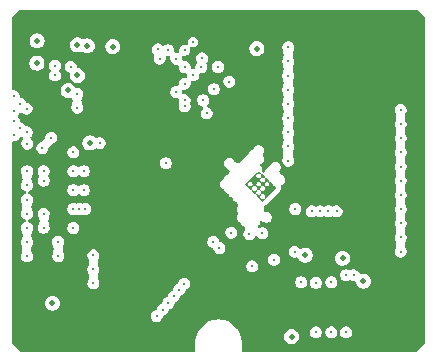
<source format=gbr>
%TF.GenerationSoftware,KiCad,Pcbnew,9.0.2*%
%TF.CreationDate,2025-11-14T17:05:06-08:00*%
%TF.ProjectId,pico2-nx-module,7069636f-322d-46e7-982d-6d6f64756c65,rev?*%
%TF.SameCoordinates,Original*%
%TF.FileFunction,Copper,L4,Inr*%
%TF.FilePolarity,Positive*%
%FSLAX46Y46*%
G04 Gerber Fmt 4.6, Leading zero omitted, Abs format (unit mm)*
G04 Created by KiCad (PCBNEW 9.0.2) date 2025-11-14 17:05:06*
%MOMM*%
%LPD*%
G01*
G04 APERTURE LIST*
%TA.AperFunction,ViaPad*%
%ADD10C,0.254000*%
%TD*%
%TA.AperFunction,ViaPad*%
%ADD11C,0.508000*%
%TD*%
%TA.AperFunction,Conductor*%
%ADD12C,0.254000*%
%TD*%
G04 APERTURE END LIST*
D10*
%TO.N,GND*%
X101788460Y-90194400D03*
D11*
X106060000Y-73510000D03*
D10*
X103188460Y-87794400D03*
X133410000Y-82600000D03*
D11*
X121250000Y-73810000D03*
D10*
X103200000Y-85000000D03*
X101788460Y-84194400D03*
X103188460Y-84194400D03*
X103835812Y-81362184D03*
X116610000Y-74650000D03*
X123900000Y-74900000D03*
X123900000Y-83300000D03*
X100670000Y-77860000D03*
X105700000Y-89000000D03*
X107400000Y-92506850D03*
X133410000Y-83800000D03*
D11*
X124188800Y-98196800D03*
D10*
X123900000Y-82100000D03*
X100658378Y-79920000D03*
X106040000Y-78810000D03*
X133420000Y-91000000D03*
X101750000Y-78890000D03*
D11*
X102620000Y-75040000D03*
D10*
X100680000Y-81130000D03*
X133420000Y-86200000D03*
D11*
X105270000Y-77360000D03*
D10*
X104416814Y-90162715D03*
D11*
X130259400Y-93497800D03*
D10*
X133410000Y-85000000D03*
X120621178Y-89516439D03*
X103084000Y-82237666D03*
X123900000Y-77300000D03*
X123900000Y-73700000D03*
X101788460Y-91394400D03*
D11*
X125340768Y-91300000D03*
D10*
X112868822Y-73891178D03*
X115140000Y-78710000D03*
X115130000Y-78198427D03*
X107400000Y-91320000D03*
X100660000Y-79110000D03*
X123900000Y-80900000D03*
X114422893Y-74662893D03*
X106040023Y-77649129D03*
X113540000Y-83510000D03*
X133410000Y-80200000D03*
X104430000Y-91390000D03*
X133410000Y-81400000D03*
X101770000Y-80892931D03*
X133410000Y-79000000D03*
X101190000Y-80580000D03*
X129451600Y-93015200D03*
X123900000Y-79700000D03*
X101788460Y-87794400D03*
X133420000Y-88600000D03*
X133420000Y-89800000D03*
X101788460Y-85394400D03*
X123900000Y-76100000D03*
X124500000Y-87390000D03*
X133420000Y-87400000D03*
X123900000Y-78500000D03*
X101190000Y-78470000D03*
X101788460Y-88994400D03*
X107410000Y-93700000D03*
D11*
X103940000Y-95370000D03*
D10*
X101810000Y-81856828D03*
X103188460Y-88994400D03*
X101788460Y-86594400D03*
D11*
%TO.N,P5VD_AON*%
X106060001Y-76079997D03*
D10*
%TO.N,Net-(U5-FB)*%
X104160002Y-76085000D03*
%TO.N,P3V3D_FPGA*%
X118079973Y-90700000D03*
X117557707Y-90177734D03*
X128805400Y-93008985D03*
D11*
X107110691Y-81800691D03*
D10*
%TO.N,P1V8D_FPGA*%
X115530000Y-77240000D03*
D11*
X121640768Y-92349286D03*
D10*
X121751719Y-84217574D03*
D11*
X117270461Y-80500000D03*
D10*
X114850000Y-72560000D03*
X117251320Y-74662893D03*
X113715786Y-75370000D03*
D11*
X107970000Y-73570000D03*
D10*
X115837107Y-77491320D03*
X112177504Y-74570000D03*
D11*
%TO.N,P1VD_FPGA*%
X102640001Y-73149997D03*
D10*
%TO.N,Net-(U3G-VCCADPHY1)*%
X119080000Y-89390000D03*
%TO.N,/FPGA/PVCCAUX*%
X122105272Y-85985341D03*
X122458826Y-85631787D03*
X121044612Y-84924680D03*
D11*
%TO.N,PVIO5_FPGA*%
X106890000Y-73580000D03*
%TO.N,PVIO3_FPGA*%
X109050000Y-73650000D03*
X128506800Y-91567400D03*
D10*
%TO.N,/FPGA/DONE*%
X105700000Y-84200000D03*
%TO.N,/FPGA/FPGA_EN*%
X105470000Y-75340000D03*
X107940000Y-81820000D03*
%TO.N,Net-(U5-PG)*%
X104150001Y-75260000D03*
%TO.N,/FPGA/PB52A*%
X127300000Y-87600000D03*
%TO.N,/FPGA/JTAG_EN*%
X106200000Y-87400000D03*
%TO.N,/FPGA/TDO*%
X105700000Y-85800000D03*
%TO.N,/FPGA/TCK*%
X121710000Y-89450000D03*
X105700000Y-87400000D03*
%TO.N,/FPGA/TDI*%
X106600000Y-85800000D03*
%TO.N,/FPGA/TMS*%
X106700000Y-87400000D03*
%TO.N,/FPGA/PB52B*%
X128000000Y-87600000D03*
%TO.N,Net-(U3A-PT59A{slash}MCLK{slash}PCLKT0_0)*%
X124444060Y-91018071D03*
%TO.N,/FPGA/FLASH_CSn*%
X128795400Y-97845602D03*
X113748000Y-95352000D03*
%TO.N,/FPGA/SRAM_CEN*%
X117000000Y-79290000D03*
X113715786Y-73955786D03*
%TO.N,/FPGA/SRAM_RSTn*%
X113008680Y-74662893D03*
%TO.N,/FPGA/MOSI*%
X124995400Y-93595602D03*
X115100000Y-93727779D03*
%TO.N,/FPGA/SD3*%
X127545400Y-93595602D03*
X114206800Y-94793200D03*
%TO.N,/FPGA/SCLK*%
X114665600Y-94234400D03*
X126245400Y-93645602D03*
%TO.N,/FPGA/SD2*%
X112758800Y-96469600D03*
X122700000Y-91694400D03*
X126245400Y-97845602D03*
%TO.N,/FPGA/SRAM_DQ7*%
X117958427Y-75370000D03*
%TO.N,/FPGA/SRAM_DQ5*%
X117605000Y-77245000D03*
%TO.N,/FPGA/SRAM_RW*%
X115130000Y-75370000D03*
%TO.N,/FPGA/MISO*%
X113266800Y-95910800D03*
X127545400Y-97845602D03*
%TO.N,/FPGA/SRAM_DQ3*%
X115130000Y-76784214D03*
%TO.N,/FPGA/SRAM_CLK_P*%
X115130000Y-73955786D03*
%TO.N,/FPGA/SRAM_DQ2*%
X116700000Y-78190000D03*
%TO.N,/FPGA/SRAM_DQ4*%
X114422893Y-77491320D03*
%TO.N,/FPGA/PT65B*%
X120850000Y-92250000D03*
%TO.N,/FPGA/SRAM_DQ6*%
X118910000Y-76610000D03*
%TO.N,/FPGA/SRAM_DQ0*%
X115837107Y-76077107D03*
%TO.N,/FPGA/SRAM_CLK_N*%
X115837107Y-73248680D03*
%TO.N,/FPGA/SRAM_DQ1*%
X116544214Y-75370000D03*
%TO.N,/FPGA/PROGRAMn*%
X106600000Y-84200000D03*
%TO.N,/FPGA/PT57A*%
X105700000Y-82600000D03*
%TO.N,/FPGA/PB50A*%
X125900000Y-87601000D03*
%TO.N,/FPGA/PB50B*%
X126600000Y-87600000D03*
%TD*%
D12*
%TO.N,P1V8D_FPGA*%
X121751719Y-83898281D02*
X121850000Y-83800000D01*
X121751719Y-84217574D02*
X121751719Y-83898281D01*
%TD*%
%TA.AperFunction,Conductor*%
%TO.N,/FPGA/PVCCAUX*%
G36*
X121442862Y-84152862D02*
G01*
X121542749Y-84252749D01*
X121550791Y-84264786D01*
X121579028Y-84332958D01*
X121579029Y-84332959D01*
X121579030Y-84332961D01*
X121636332Y-84390263D01*
X121636333Y-84390263D01*
X121636334Y-84390264D01*
X121656068Y-84398438D01*
X121704507Y-84418501D01*
X121716543Y-84426543D01*
X121896302Y-84606302D01*
X121904344Y-84618339D01*
X121932581Y-84686511D01*
X121932582Y-84686512D01*
X121932583Y-84686514D01*
X121989885Y-84743816D01*
X121989886Y-84743816D01*
X121989887Y-84743817D01*
X122009621Y-84751991D01*
X122058060Y-84772054D01*
X122070096Y-84780096D01*
X122249857Y-84959857D01*
X122257899Y-84971894D01*
X122286135Y-85040064D01*
X122286136Y-85040065D01*
X122286137Y-85040067D01*
X122343439Y-85097369D01*
X122411612Y-85125607D01*
X122423648Y-85133648D01*
X122603409Y-85313409D01*
X122611451Y-85325446D01*
X122639688Y-85393618D01*
X122639689Y-85393619D01*
X122639690Y-85393621D01*
X122696992Y-85450923D01*
X122696993Y-85450923D01*
X122696994Y-85450924D01*
X122716728Y-85459098D01*
X122765167Y-85479161D01*
X122777203Y-85487203D01*
X122886118Y-85596118D01*
X122896984Y-85622352D01*
X122886118Y-85648586D01*
X122885931Y-85648771D01*
X121765509Y-86753413D01*
X121739199Y-86764093D01*
X121713228Y-86753228D01*
X121258373Y-86298373D01*
X121548019Y-86298373D01*
X121548019Y-86379414D01*
X121579028Y-86454278D01*
X121579029Y-86454279D01*
X121579030Y-86454281D01*
X121636332Y-86511583D01*
X121711200Y-86542594D01*
X121711201Y-86542594D01*
X121792237Y-86542594D01*
X121792238Y-86542594D01*
X121867106Y-86511583D01*
X121924408Y-86454281D01*
X121955419Y-86379413D01*
X121955419Y-86298375D01*
X121924408Y-86223507D01*
X121867106Y-86166205D01*
X121867104Y-86166204D01*
X121867103Y-86166203D01*
X121792239Y-86135194D01*
X121792238Y-86135194D01*
X121711200Y-86135194D01*
X121711198Y-86135194D01*
X121636334Y-86166203D01*
X121579028Y-86223509D01*
X121548019Y-86298373D01*
X121258373Y-86298373D01*
X121246413Y-86286413D01*
X121238371Y-86274376D01*
X121217301Y-86223507D01*
X121217300Y-86223506D01*
X121217299Y-86223504D01*
X121159999Y-86166205D01*
X121109127Y-86145133D01*
X121097091Y-86137091D01*
X120904820Y-85944820D01*
X121194466Y-85944820D01*
X121194466Y-86025861D01*
X121225475Y-86100725D01*
X121225476Y-86100726D01*
X121225477Y-86100728D01*
X121282779Y-86158030D01*
X121282780Y-86158030D01*
X121282781Y-86158031D01*
X121302515Y-86166205D01*
X121357647Y-86189041D01*
X121357648Y-86189041D01*
X121438684Y-86189041D01*
X121438685Y-86189041D01*
X121513553Y-86158030D01*
X121570855Y-86100728D01*
X121601866Y-86025860D01*
X121601866Y-85944822D01*
X121570855Y-85869954D01*
X121513553Y-85812652D01*
X121513551Y-85812651D01*
X121513550Y-85812650D01*
X121438686Y-85781641D01*
X121438685Y-85781641D01*
X121357647Y-85781641D01*
X121357645Y-85781641D01*
X121282781Y-85812650D01*
X121225475Y-85869956D01*
X121194466Y-85944820D01*
X120904820Y-85944820D01*
X120892860Y-85932860D01*
X120884818Y-85920823D01*
X120863748Y-85869954D01*
X120863747Y-85869953D01*
X120863746Y-85869951D01*
X120806446Y-85812652D01*
X120755574Y-85791580D01*
X120743538Y-85783538D01*
X120551266Y-85591266D01*
X120840912Y-85591266D01*
X120840912Y-85672307D01*
X120871921Y-85747171D01*
X120871922Y-85747172D01*
X120871923Y-85747174D01*
X120929225Y-85804476D01*
X121004093Y-85835487D01*
X121004094Y-85835487D01*
X121085130Y-85835487D01*
X121085131Y-85835487D01*
X121159999Y-85804476D01*
X121217301Y-85747174D01*
X121248312Y-85672306D01*
X121248312Y-85591268D01*
X121248311Y-85591266D01*
X121548019Y-85591266D01*
X121548019Y-85672307D01*
X121579028Y-85747171D01*
X121579029Y-85747172D01*
X121579030Y-85747174D01*
X121636332Y-85804476D01*
X121711200Y-85835487D01*
X121711201Y-85835487D01*
X121792237Y-85835487D01*
X121792238Y-85835487D01*
X121867106Y-85804476D01*
X121924408Y-85747174D01*
X121955419Y-85672306D01*
X121955419Y-85591268D01*
X121924408Y-85516400D01*
X121867106Y-85459098D01*
X121867104Y-85459097D01*
X121867103Y-85459096D01*
X121792239Y-85428087D01*
X121792238Y-85428087D01*
X121711200Y-85428087D01*
X121711198Y-85428087D01*
X121636334Y-85459096D01*
X121579028Y-85516402D01*
X121548019Y-85591266D01*
X121248311Y-85591266D01*
X121217301Y-85516400D01*
X121159999Y-85459098D01*
X121159997Y-85459097D01*
X121159996Y-85459096D01*
X121085132Y-85428087D01*
X121085131Y-85428087D01*
X121004093Y-85428087D01*
X121004091Y-85428087D01*
X120929227Y-85459096D01*
X120871921Y-85516402D01*
X120840912Y-85591266D01*
X120551266Y-85591266D01*
X120539306Y-85579306D01*
X120531264Y-85567269D01*
X120510194Y-85516400D01*
X120510193Y-85516399D01*
X120510192Y-85516397D01*
X120452892Y-85459098D01*
X120402020Y-85438026D01*
X120389984Y-85429984D01*
X120269972Y-85309972D01*
X120269917Y-85309840D01*
X120269787Y-85309785D01*
X120264505Y-85296774D01*
X120259106Y-85283738D01*
X120259160Y-85283606D01*
X120259107Y-85283475D01*
X120264571Y-85270543D01*
X120269972Y-85257504D01*
X120290046Y-85237713D01*
X120487359Y-85237713D01*
X120487359Y-85318754D01*
X120518368Y-85393618D01*
X120518369Y-85393619D01*
X120518370Y-85393621D01*
X120575672Y-85450923D01*
X120575673Y-85450923D01*
X120575674Y-85450924D01*
X120595408Y-85459098D01*
X120650540Y-85481934D01*
X120650541Y-85481934D01*
X120731577Y-85481934D01*
X120731578Y-85481934D01*
X120806446Y-85450923D01*
X120863748Y-85393621D01*
X120894759Y-85318753D01*
X120894759Y-85237715D01*
X120894758Y-85237713D01*
X121194466Y-85237713D01*
X121194466Y-85318754D01*
X121225475Y-85393618D01*
X121225476Y-85393619D01*
X121225477Y-85393621D01*
X121282779Y-85450923D01*
X121282780Y-85450923D01*
X121282781Y-85450924D01*
X121302515Y-85459098D01*
X121357647Y-85481934D01*
X121357648Y-85481934D01*
X121438684Y-85481934D01*
X121438685Y-85481934D01*
X121513553Y-85450923D01*
X121570855Y-85393621D01*
X121601866Y-85318753D01*
X121601866Y-85237715D01*
X121601865Y-85237713D01*
X121901572Y-85237713D01*
X121901572Y-85318754D01*
X121932581Y-85393618D01*
X121932582Y-85393619D01*
X121932583Y-85393621D01*
X121989885Y-85450923D01*
X121989886Y-85450923D01*
X121989887Y-85450924D01*
X122009621Y-85459098D01*
X122064753Y-85481934D01*
X122064754Y-85481934D01*
X122145790Y-85481934D01*
X122145791Y-85481934D01*
X122220659Y-85450923D01*
X122277961Y-85393621D01*
X122308972Y-85318753D01*
X122308972Y-85237715D01*
X122277961Y-85162847D01*
X122220659Y-85105545D01*
X122220657Y-85105544D01*
X122220656Y-85105543D01*
X122145792Y-85074534D01*
X122145791Y-85074534D01*
X122064753Y-85074534D01*
X122064751Y-85074534D01*
X121989887Y-85105543D01*
X121932581Y-85162849D01*
X121901572Y-85237713D01*
X121601865Y-85237713D01*
X121570855Y-85162847D01*
X121513553Y-85105545D01*
X121513551Y-85105544D01*
X121513550Y-85105543D01*
X121438686Y-85074534D01*
X121438685Y-85074534D01*
X121357647Y-85074534D01*
X121357645Y-85074534D01*
X121282781Y-85105543D01*
X121225475Y-85162849D01*
X121194466Y-85237713D01*
X120894758Y-85237713D01*
X120863748Y-85162847D01*
X120806446Y-85105545D01*
X120806444Y-85105544D01*
X120806443Y-85105543D01*
X120731579Y-85074534D01*
X120731578Y-85074534D01*
X120650540Y-85074534D01*
X120650538Y-85074534D01*
X120575674Y-85105543D01*
X120518368Y-85162849D01*
X120487359Y-85237713D01*
X120290046Y-85237713D01*
X120412391Y-85117090D01*
X120424225Y-85109244D01*
X120452893Y-85097370D01*
X120510195Y-85040068D01*
X120520906Y-85014207D01*
X120529126Y-85001999D01*
X120648649Y-84884159D01*
X121548019Y-84884159D01*
X121548019Y-84965200D01*
X121579028Y-85040064D01*
X121579029Y-85040065D01*
X121579030Y-85040067D01*
X121636332Y-85097369D01*
X121711200Y-85128380D01*
X121711201Y-85128380D01*
X121792237Y-85128380D01*
X121792238Y-85128380D01*
X121867106Y-85097369D01*
X121924408Y-85040067D01*
X121955419Y-84965199D01*
X121955419Y-84884161D01*
X121924408Y-84809293D01*
X121867106Y-84751991D01*
X121867104Y-84751990D01*
X121867103Y-84751989D01*
X121792239Y-84720980D01*
X121792238Y-84720980D01*
X121711200Y-84720980D01*
X121711198Y-84720980D01*
X121636334Y-84751989D01*
X121579028Y-84809295D01*
X121548019Y-84884159D01*
X120648649Y-84884159D01*
X120774655Y-84759928D01*
X120786492Y-84752080D01*
X120806446Y-84743816D01*
X120863748Y-84686514D01*
X120870971Y-84669074D01*
X120879193Y-84656862D01*
X121007253Y-84530606D01*
X121194466Y-84530606D01*
X121194466Y-84611647D01*
X121225475Y-84686511D01*
X121225476Y-84686512D01*
X121225477Y-84686514D01*
X121282779Y-84743816D01*
X121282780Y-84743816D01*
X121282781Y-84743817D01*
X121320213Y-84759321D01*
X121357647Y-84774827D01*
X121357648Y-84774827D01*
X121438684Y-84774827D01*
X121438685Y-84774827D01*
X121513553Y-84743816D01*
X121570855Y-84686514D01*
X121601866Y-84611646D01*
X121601866Y-84530608D01*
X121570855Y-84455740D01*
X121513553Y-84398438D01*
X121513551Y-84398437D01*
X121513550Y-84398436D01*
X121438686Y-84367427D01*
X121438685Y-84367427D01*
X121357647Y-84367427D01*
X121357645Y-84367427D01*
X121282781Y-84398436D01*
X121225475Y-84455742D01*
X121194466Y-84530606D01*
X121007253Y-84530606D01*
X121136917Y-84402768D01*
X121148756Y-84394919D01*
X121159999Y-84390263D01*
X121217301Y-84332961D01*
X121221038Y-84323937D01*
X121229259Y-84311726D01*
X121390581Y-84152676D01*
X121416891Y-84141997D01*
X121442862Y-84152862D01*
G37*
%TD.AperFunction*%
%TD*%
%TA.AperFunction,Conductor*%
%TO.N,P1V8D_FPGA*%
G36*
X134805049Y-70528185D02*
G01*
X134825691Y-70544819D01*
X135455181Y-71174308D01*
X135488666Y-71235631D01*
X135491500Y-71261989D01*
X135491500Y-98738010D01*
X135471815Y-98805049D01*
X135455181Y-98825691D01*
X134825691Y-99455181D01*
X134764368Y-99488666D01*
X134738010Y-99491500D01*
X120082500Y-99491500D01*
X120015461Y-99471815D01*
X119969706Y-99419011D01*
X119958500Y-99367500D01*
X119958500Y-98566034D01*
X119933228Y-98382173D01*
X119922016Y-98300600D01*
X119875394Y-98134204D01*
X123553300Y-98134204D01*
X123553300Y-98259395D01*
X123577720Y-98382161D01*
X123577723Y-98382173D01*
X123625623Y-98497815D01*
X123625630Y-98497828D01*
X123695174Y-98601907D01*
X123695177Y-98601911D01*
X123783688Y-98690422D01*
X123783692Y-98690425D01*
X123887771Y-98759969D01*
X123887784Y-98759976D01*
X123996601Y-98805049D01*
X124003431Y-98807878D01*
X124126204Y-98832299D01*
X124126208Y-98832300D01*
X124126209Y-98832300D01*
X124251392Y-98832300D01*
X124251393Y-98832299D01*
X124374169Y-98807878D01*
X124489822Y-98759973D01*
X124593908Y-98690425D01*
X124682425Y-98601908D01*
X124751973Y-98497822D01*
X124799878Y-98382169D01*
X124824300Y-98259391D01*
X124824300Y-98134209D01*
X124799878Y-98011431D01*
X124799876Y-98011426D01*
X124751976Y-97895784D01*
X124751969Y-97895771D01*
X124714317Y-97839421D01*
X124682425Y-97791692D01*
X124682422Y-97791688D01*
X124669391Y-97778657D01*
X125736900Y-97778657D01*
X125736900Y-97912547D01*
X125771553Y-98041876D01*
X125838499Y-98157828D01*
X125933174Y-98252503D01*
X126049126Y-98319449D01*
X126178455Y-98354102D01*
X126178457Y-98354102D01*
X126312343Y-98354102D01*
X126312345Y-98354102D01*
X126441674Y-98319449D01*
X126557626Y-98252503D01*
X126652301Y-98157828D01*
X126719247Y-98041876D01*
X126753900Y-97912547D01*
X126753900Y-97778657D01*
X127036900Y-97778657D01*
X127036900Y-97912547D01*
X127071553Y-98041876D01*
X127138499Y-98157828D01*
X127233174Y-98252503D01*
X127349126Y-98319449D01*
X127478455Y-98354102D01*
X127478457Y-98354102D01*
X127612343Y-98354102D01*
X127612345Y-98354102D01*
X127741674Y-98319449D01*
X127857626Y-98252503D01*
X127952301Y-98157828D01*
X128019247Y-98041876D01*
X128053900Y-97912547D01*
X128053900Y-97778657D01*
X128286900Y-97778657D01*
X128286900Y-97912547D01*
X128312080Y-98006524D01*
X128321553Y-98041877D01*
X128321973Y-98042604D01*
X128388499Y-98157828D01*
X128483174Y-98252503D01*
X128599126Y-98319449D01*
X128728455Y-98354102D01*
X128728457Y-98354102D01*
X128862343Y-98354102D01*
X128862345Y-98354102D01*
X128991674Y-98319449D01*
X129107626Y-98252503D01*
X129202301Y-98157828D01*
X129269247Y-98041876D01*
X129303900Y-97912547D01*
X129303900Y-97778657D01*
X129269247Y-97649328D01*
X129202301Y-97533376D01*
X129107626Y-97438701D01*
X128991674Y-97371755D01*
X128862345Y-97337102D01*
X128728455Y-97337102D01*
X128599125Y-97371755D01*
X128483174Y-97438701D01*
X128483171Y-97438703D01*
X128388501Y-97533373D01*
X128388499Y-97533376D01*
X128321553Y-97649327D01*
X128321553Y-97649328D01*
X128286900Y-97778657D01*
X128053900Y-97778657D01*
X128019247Y-97649328D01*
X127952301Y-97533376D01*
X127857626Y-97438701D01*
X127741674Y-97371755D01*
X127612345Y-97337102D01*
X127478455Y-97337102D01*
X127349125Y-97371755D01*
X127233174Y-97438701D01*
X127233171Y-97438703D01*
X127138501Y-97533373D01*
X127138499Y-97533376D01*
X127071553Y-97649327D01*
X127071553Y-97649328D01*
X127036900Y-97778657D01*
X126753900Y-97778657D01*
X126719247Y-97649328D01*
X126652301Y-97533376D01*
X126557626Y-97438701D01*
X126441674Y-97371755D01*
X126312345Y-97337102D01*
X126178455Y-97337102D01*
X126049125Y-97371755D01*
X125933174Y-97438701D01*
X125933171Y-97438703D01*
X125838501Y-97533373D01*
X125838499Y-97533376D01*
X125771553Y-97649327D01*
X125771553Y-97649328D01*
X125736900Y-97778657D01*
X124669391Y-97778657D01*
X124593911Y-97703177D01*
X124593907Y-97703174D01*
X124489828Y-97633630D01*
X124489815Y-97633623D01*
X124374173Y-97585723D01*
X124374161Y-97585720D01*
X124251395Y-97561300D01*
X124251391Y-97561300D01*
X124126209Y-97561300D01*
X124126204Y-97561300D01*
X124003438Y-97585720D01*
X124003426Y-97585723D01*
X123887784Y-97633623D01*
X123887771Y-97633630D01*
X123783692Y-97703174D01*
X123783688Y-97703177D01*
X123695177Y-97791688D01*
X123695174Y-97791692D01*
X123625630Y-97895771D01*
X123625623Y-97895784D01*
X123577723Y-98011426D01*
X123577720Y-98011438D01*
X123553300Y-98134204D01*
X119875394Y-98134204D01*
X119849730Y-98042606D01*
X119795246Y-97917171D01*
X119742987Y-97796858D01*
X119614592Y-97585723D01*
X119603774Y-97567933D01*
X119603771Y-97567929D01*
X119603769Y-97567926D01*
X119434693Y-97360103D01*
X119434691Y-97360101D01*
X119434687Y-97360096D01*
X119238874Y-97177220D01*
X119238871Y-97177218D01*
X119238867Y-97177214D01*
X119019990Y-97022714D01*
X119019984Y-97022710D01*
X118782088Y-96899443D01*
X118529637Y-96809721D01*
X118529634Y-96809720D01*
X118365043Y-96775518D01*
X118267305Y-96755208D01*
X118267303Y-96755207D01*
X118267299Y-96755207D01*
X118000000Y-96736924D01*
X117732700Y-96755207D01*
X117470365Y-96809720D01*
X117470362Y-96809721D01*
X117217911Y-96899443D01*
X116980015Y-97022710D01*
X116980009Y-97022714D01*
X116761132Y-97177214D01*
X116565306Y-97360103D01*
X116396230Y-97567926D01*
X116396223Y-97567937D01*
X116257012Y-97796858D01*
X116150270Y-98042604D01*
X116077985Y-98300593D01*
X116077984Y-98300600D01*
X116041500Y-98566034D01*
X116041500Y-99367500D01*
X116021815Y-99434539D01*
X115969011Y-99480294D01*
X115917500Y-99491500D01*
X101261989Y-99491500D01*
X101194950Y-99471815D01*
X101174308Y-99455181D01*
X100544819Y-98825691D01*
X100511334Y-98764368D01*
X100508500Y-98738010D01*
X100508500Y-96402655D01*
X112250300Y-96402655D01*
X112250300Y-96536545D01*
X112284953Y-96665874D01*
X112351899Y-96781826D01*
X112446574Y-96876501D01*
X112562526Y-96943447D01*
X112691855Y-96978100D01*
X112691857Y-96978100D01*
X112825743Y-96978100D01*
X112825745Y-96978100D01*
X112955074Y-96943447D01*
X113071026Y-96876501D01*
X113165701Y-96781826D01*
X113232647Y-96665874D01*
X113267300Y-96536545D01*
X113267300Y-96532252D01*
X113268324Y-96528763D01*
X113268361Y-96528485D01*
X113268404Y-96528490D01*
X113286985Y-96465213D01*
X113339789Y-96419458D01*
X113359200Y-96412479D01*
X113463074Y-96384647D01*
X113579026Y-96317701D01*
X113673701Y-96223026D01*
X113740647Y-96107074D01*
X113775300Y-95977745D01*
X113775300Y-95966271D01*
X113794985Y-95899232D01*
X113847789Y-95853477D01*
X113867199Y-95846498D01*
X113944274Y-95825847D01*
X114060226Y-95758901D01*
X114154901Y-95664226D01*
X114221847Y-95548274D01*
X114256500Y-95418945D01*
X114256500Y-95401469D01*
X114276185Y-95334430D01*
X114328989Y-95288675D01*
X114348403Y-95281695D01*
X114403074Y-95267047D01*
X114519026Y-95200101D01*
X114613701Y-95105426D01*
X114680647Y-94989474D01*
X114715300Y-94860145D01*
X114715300Y-94842669D01*
X114734985Y-94775630D01*
X114787789Y-94729875D01*
X114807203Y-94722895D01*
X114861874Y-94708247D01*
X114977826Y-94641301D01*
X115072501Y-94546626D01*
X115139447Y-94430674D01*
X115174100Y-94301345D01*
X115174100Y-94301342D01*
X115174906Y-94298334D01*
X115211270Y-94238673D01*
X115262589Y-94210651D01*
X115296274Y-94201626D01*
X115412226Y-94134680D01*
X115506901Y-94040005D01*
X115573847Y-93924053D01*
X115608500Y-93794724D01*
X115608500Y-93660834D01*
X115573847Y-93531505D01*
X115573443Y-93530806D01*
X115572202Y-93528657D01*
X124486900Y-93528657D01*
X124486900Y-93662547D01*
X124521553Y-93791876D01*
X124588499Y-93907828D01*
X124683174Y-94002503D01*
X124799126Y-94069449D01*
X124928455Y-94104102D01*
X124928457Y-94104102D01*
X125062343Y-94104102D01*
X125062345Y-94104102D01*
X125191674Y-94069449D01*
X125307626Y-94002503D01*
X125402301Y-93907828D01*
X125469247Y-93791876D01*
X125503900Y-93662547D01*
X125503900Y-93578657D01*
X125736900Y-93578657D01*
X125736900Y-93712547D01*
X125738926Y-93720108D01*
X125738926Y-93720109D01*
X125767701Y-93827499D01*
X125771553Y-93841876D01*
X125838499Y-93957828D01*
X125933174Y-94052503D01*
X126049126Y-94119449D01*
X126178455Y-94154102D01*
X126178457Y-94154102D01*
X126312343Y-94154102D01*
X126312345Y-94154102D01*
X126441674Y-94119449D01*
X126557626Y-94052503D01*
X126652301Y-93957828D01*
X126719247Y-93841876D01*
X126753900Y-93712547D01*
X126753900Y-93578657D01*
X126740503Y-93528657D01*
X127036900Y-93528657D01*
X127036900Y-93662547D01*
X127071553Y-93791876D01*
X127138499Y-93907828D01*
X127233174Y-94002503D01*
X127349126Y-94069449D01*
X127478455Y-94104102D01*
X127478457Y-94104102D01*
X127612343Y-94104102D01*
X127612345Y-94104102D01*
X127741674Y-94069449D01*
X127857626Y-94002503D01*
X127952301Y-93907828D01*
X128019247Y-93791876D01*
X128053900Y-93662547D01*
X128053900Y-93528657D01*
X128019247Y-93399328D01*
X127952301Y-93283376D01*
X127857626Y-93188701D01*
X127741674Y-93121755D01*
X127612345Y-93087102D01*
X127478455Y-93087102D01*
X127349125Y-93121755D01*
X127233174Y-93188701D01*
X127233171Y-93188703D01*
X127138501Y-93283373D01*
X127138499Y-93283376D01*
X127071553Y-93399327D01*
X127047514Y-93489044D01*
X127036900Y-93528657D01*
X126740503Y-93528657D01*
X126719247Y-93449328D01*
X126652301Y-93333376D01*
X126557626Y-93238701D01*
X126441674Y-93171755D01*
X126312345Y-93137102D01*
X126178455Y-93137102D01*
X126049125Y-93171755D01*
X125933174Y-93238701D01*
X125933171Y-93238703D01*
X125838501Y-93333373D01*
X125838499Y-93333376D01*
X125771553Y-93449327D01*
X125750297Y-93528659D01*
X125736900Y-93578657D01*
X125503900Y-93578657D01*
X125503900Y-93528657D01*
X125469247Y-93399328D01*
X125402301Y-93283376D01*
X125307626Y-93188701D01*
X125191674Y-93121755D01*
X125062345Y-93087102D01*
X124928455Y-93087102D01*
X124799125Y-93121755D01*
X124683174Y-93188701D01*
X124683171Y-93188703D01*
X124588501Y-93283373D01*
X124588499Y-93283376D01*
X124521553Y-93399327D01*
X124497514Y-93489044D01*
X124486900Y-93528657D01*
X115572202Y-93528657D01*
X115564876Y-93515967D01*
X115506901Y-93415553D01*
X115412226Y-93320878D01*
X115296274Y-93253932D01*
X115166945Y-93219279D01*
X115033055Y-93219279D01*
X114903725Y-93253932D01*
X114787774Y-93320878D01*
X114787771Y-93320880D01*
X114693101Y-93415550D01*
X114693099Y-93415553D01*
X114626557Y-93530806D01*
X114626153Y-93531505D01*
X114601501Y-93623508D01*
X114590693Y-93663846D01*
X114554328Y-93723506D01*
X114503013Y-93751526D01*
X114469327Y-93760552D01*
X114469326Y-93760552D01*
X114353374Y-93827499D01*
X114353371Y-93827501D01*
X114258701Y-93922171D01*
X114258699Y-93922174D01*
X114191753Y-94038125D01*
X114157100Y-94167455D01*
X114157100Y-94184930D01*
X114137415Y-94251969D01*
X114084611Y-94297724D01*
X114065194Y-94304705D01*
X114010524Y-94319353D01*
X113894574Y-94386299D01*
X113894571Y-94386301D01*
X113799901Y-94480971D01*
X113799899Y-94480974D01*
X113732953Y-94596925D01*
X113698300Y-94726255D01*
X113698300Y-94743730D01*
X113678615Y-94810769D01*
X113625811Y-94856524D01*
X113606394Y-94863505D01*
X113551724Y-94878153D01*
X113435774Y-94945099D01*
X113435771Y-94945101D01*
X113341101Y-95039771D01*
X113341099Y-95039774D01*
X113274153Y-95155725D01*
X113239500Y-95285055D01*
X113239500Y-95296528D01*
X113219815Y-95363567D01*
X113167011Y-95409322D01*
X113147593Y-95416303D01*
X113070526Y-95436953D01*
X113070524Y-95436953D01*
X113070524Y-95436954D01*
X112954574Y-95503899D01*
X112954571Y-95503901D01*
X112859901Y-95598571D01*
X112859899Y-95598574D01*
X112792953Y-95714525D01*
X112758300Y-95843855D01*
X112758300Y-95848147D01*
X112757275Y-95851634D01*
X112757239Y-95851915D01*
X112757195Y-95851909D01*
X112738615Y-95915186D01*
X112685811Y-95960941D01*
X112666394Y-95967922D01*
X112642848Y-95974231D01*
X112562526Y-95995753D01*
X112562524Y-95995753D01*
X112562524Y-95995754D01*
X112446574Y-96062699D01*
X112446571Y-96062701D01*
X112351901Y-96157371D01*
X112351899Y-96157374D01*
X112284953Y-96273325D01*
X112284953Y-96273326D01*
X112250300Y-96402655D01*
X100508500Y-96402655D01*
X100508500Y-95307404D01*
X103304500Y-95307404D01*
X103304500Y-95432595D01*
X103328920Y-95555361D01*
X103328923Y-95555373D01*
X103376823Y-95671015D01*
X103376830Y-95671028D01*
X103446374Y-95775107D01*
X103446377Y-95775111D01*
X103534888Y-95863622D01*
X103534892Y-95863625D01*
X103638971Y-95933169D01*
X103638984Y-95933176D01*
X103746582Y-95977744D01*
X103754631Y-95981078D01*
X103877404Y-96005499D01*
X103877408Y-96005500D01*
X103877409Y-96005500D01*
X104002592Y-96005500D01*
X104002593Y-96005499D01*
X104125369Y-95981078D01*
X104241022Y-95933173D01*
X104345108Y-95863625D01*
X104433625Y-95775108D01*
X104503173Y-95671022D01*
X104551078Y-95555369D01*
X104575500Y-95432591D01*
X104575500Y-95307409D01*
X104551078Y-95184631D01*
X104518271Y-95105428D01*
X104503176Y-95068984D01*
X104503169Y-95068971D01*
X104433625Y-94964892D01*
X104433622Y-94964888D01*
X104345111Y-94876377D01*
X104345107Y-94876374D01*
X104241028Y-94806830D01*
X104241015Y-94806823D01*
X104125373Y-94758923D01*
X104125361Y-94758920D01*
X104002595Y-94734500D01*
X104002591Y-94734500D01*
X103877409Y-94734500D01*
X103877404Y-94734500D01*
X103754638Y-94758920D01*
X103754626Y-94758923D01*
X103638984Y-94806823D01*
X103638971Y-94806830D01*
X103534892Y-94876374D01*
X103534888Y-94876377D01*
X103446377Y-94964888D01*
X103446374Y-94964892D01*
X103376830Y-95068971D01*
X103376823Y-95068984D01*
X103328923Y-95184626D01*
X103328920Y-95184638D01*
X103304500Y-95307404D01*
X100508500Y-95307404D01*
X100508500Y-84127455D01*
X101279960Y-84127455D01*
X101279960Y-84261345D01*
X101283692Y-84275274D01*
X101314613Y-84390675D01*
X101362440Y-84473511D01*
X101378913Y-84541411D01*
X101378161Y-84549813D01*
X101378161Y-84550417D01*
X101378161Y-84655883D01*
X101405458Y-84757756D01*
X101405459Y-84757757D01*
X101407562Y-84765606D01*
X101404789Y-84766349D01*
X101410763Y-84822048D01*
X101407168Y-84834288D01*
X101407562Y-84834394D01*
X101405459Y-84842242D01*
X101405458Y-84842244D01*
X101378161Y-84944117D01*
X101378161Y-84944119D01*
X101378161Y-85054832D01*
X101361548Y-85116832D01*
X101314614Y-85198122D01*
X101314614Y-85198123D01*
X101314614Y-85198124D01*
X101314613Y-85198126D01*
X101279960Y-85327455D01*
X101279960Y-85461345D01*
X101314613Y-85590674D01*
X101381559Y-85706626D01*
X101476234Y-85801301D01*
X101592186Y-85868247D01*
X101615992Y-85874625D01*
X101675651Y-85910990D01*
X101706180Y-85973837D01*
X101697885Y-86043213D01*
X101653400Y-86097091D01*
X101615993Y-86114173D01*
X101592186Y-86120553D01*
X101592184Y-86120553D01*
X101592184Y-86120554D01*
X101476234Y-86187499D01*
X101476231Y-86187501D01*
X101381561Y-86282171D01*
X101381559Y-86282174D01*
X101314613Y-86398125D01*
X101283150Y-86515551D01*
X101279960Y-86527455D01*
X101279960Y-86661345D01*
X101311216Y-86777997D01*
X101314614Y-86790676D01*
X101314614Y-86790677D01*
X101354965Y-86860566D01*
X101371438Y-86928466D01*
X101369277Y-86942325D01*
X101369551Y-86942361D01*
X101368490Y-86950415D01*
X101368490Y-86950417D01*
X101368490Y-87055883D01*
X101395787Y-87157756D01*
X101395788Y-87157757D01*
X101397891Y-87165606D01*
X101395118Y-87166349D01*
X101401092Y-87222048D01*
X101397497Y-87234288D01*
X101397891Y-87234394D01*
X101395788Y-87242242D01*
X101395787Y-87242244D01*
X101368490Y-87344117D01*
X101368490Y-87344119D01*
X101368490Y-87449585D01*
X101368916Y-87452822D01*
X101368490Y-87455553D01*
X101368490Y-87457710D01*
X101368154Y-87457710D01*
X101358150Y-87521857D01*
X101353364Y-87531006D01*
X101314614Y-87598122D01*
X101314614Y-87598123D01*
X101314613Y-87598125D01*
X101314613Y-87598126D01*
X101279960Y-87727455D01*
X101279960Y-87861345D01*
X101314613Y-87990674D01*
X101381559Y-88106626D01*
X101476234Y-88201301D01*
X101592186Y-88268247D01*
X101615992Y-88274625D01*
X101675651Y-88310990D01*
X101706180Y-88373837D01*
X101697885Y-88443213D01*
X101653400Y-88497091D01*
X101615993Y-88514173D01*
X101592186Y-88520553D01*
X101592184Y-88520553D01*
X101592184Y-88520554D01*
X101476234Y-88587499D01*
X101476231Y-88587501D01*
X101381561Y-88682171D01*
X101381559Y-88682174D01*
X101314613Y-88798125D01*
X101282988Y-88916153D01*
X101279960Y-88927455D01*
X101279960Y-89061345D01*
X101311216Y-89177997D01*
X101314614Y-89190676D01*
X101314615Y-89190679D01*
X101367848Y-89282879D01*
X101384462Y-89344880D01*
X101384462Y-89350417D01*
X101384462Y-89455883D01*
X101411759Y-89557756D01*
X101411760Y-89557757D01*
X101413863Y-89565606D01*
X101411346Y-89566280D01*
X101417813Y-89617404D01*
X101415115Y-89636429D01*
X101411759Y-89642244D01*
X101384462Y-89744117D01*
X101384462Y-89849583D01*
X101384747Y-89850650D01*
X101383235Y-89861323D01*
X101374857Y-89879762D01*
X101367849Y-89905920D01*
X101314613Y-89998124D01*
X101282028Y-90119736D01*
X101279960Y-90127455D01*
X101279960Y-90261345D01*
X101313835Y-90387771D01*
X101314614Y-90390676D01*
X101314614Y-90390677D01*
X101347703Y-90447988D01*
X101364176Y-90515888D01*
X101360093Y-90542074D01*
X101357858Y-90550415D01*
X101357858Y-90550417D01*
X101357858Y-90655883D01*
X101385155Y-90757756D01*
X101385156Y-90757757D01*
X101387259Y-90765606D01*
X101384486Y-90766349D01*
X101390460Y-90822048D01*
X101386865Y-90834288D01*
X101387259Y-90834394D01*
X101385156Y-90842242D01*
X101385155Y-90842244D01*
X101357858Y-90944117D01*
X101357858Y-90944119D01*
X101357858Y-91049581D01*
X101357859Y-91049589D01*
X101358044Y-91050280D01*
X101358029Y-91050883D01*
X101358919Y-91057639D01*
X101357864Y-91057777D01*
X101356374Y-91120130D01*
X101345654Y-91144360D01*
X101314613Y-91198123D01*
X101284040Y-91312228D01*
X101279960Y-91327455D01*
X101279960Y-91461345D01*
X101314613Y-91590674D01*
X101381559Y-91706626D01*
X101476234Y-91801301D01*
X101592186Y-91868247D01*
X101721515Y-91902900D01*
X101721517Y-91902900D01*
X101855403Y-91902900D01*
X101855405Y-91902900D01*
X101984734Y-91868247D01*
X102100686Y-91801301D01*
X102195361Y-91706626D01*
X102262307Y-91590674D01*
X102296960Y-91461345D01*
X102296960Y-91327455D01*
X102262307Y-91198126D01*
X102195361Y-91082174D01*
X102195277Y-91082090D01*
X102195230Y-91082004D01*
X102190414Y-91075728D01*
X102191392Y-91074976D01*
X102161792Y-91020767D01*
X102160874Y-91016124D01*
X102158958Y-91005351D01*
X102158958Y-90944117D01*
X102131661Y-90842244D01*
X102129183Y-90837952D01*
X102126295Y-90821715D01*
X102128699Y-90799858D01*
X102126347Y-90777997D01*
X102129953Y-90765712D01*
X102129557Y-90765606D01*
X102131659Y-90757757D01*
X102131661Y-90757756D01*
X102158958Y-90655883D01*
X102158958Y-90594390D01*
X102178643Y-90527351D01*
X102195275Y-90506711D01*
X102195361Y-90506626D01*
X102262307Y-90390674D01*
X102296960Y-90261345D01*
X102296960Y-90127455D01*
X102288470Y-90095770D01*
X103908314Y-90095770D01*
X103908314Y-90229660D01*
X103916803Y-90261343D01*
X103942968Y-90358991D01*
X103942969Y-90358994D01*
X104008738Y-90472906D01*
X104023712Y-90514805D01*
X104025352Y-90524787D01*
X104025352Y-90601262D01*
X104052649Y-90703135D01*
X104055449Y-90707985D01*
X104058290Y-90725277D01*
X104055691Y-90746334D01*
X104057954Y-90767427D01*
X104054359Y-90779667D01*
X104054753Y-90779773D01*
X104052650Y-90787621D01*
X104052649Y-90787623D01*
X104025352Y-90889496D01*
X104025352Y-90994962D01*
X104026500Y-90999249D01*
X104026411Y-91003006D01*
X104026413Y-91003018D01*
X104026411Y-91003018D01*
X104024836Y-91069098D01*
X104014112Y-91093340D01*
X103956153Y-91193724D01*
X103924402Y-91312225D01*
X103921500Y-91323055D01*
X103921500Y-91456945D01*
X103956153Y-91586274D01*
X104023099Y-91702226D01*
X104117774Y-91796901D01*
X104233726Y-91863847D01*
X104363055Y-91898500D01*
X104363057Y-91898500D01*
X104496943Y-91898500D01*
X104496945Y-91898500D01*
X104626274Y-91863847D01*
X104742226Y-91796901D01*
X104836901Y-91702226D01*
X104903847Y-91586274D01*
X104938500Y-91456945D01*
X104938500Y-91323055D01*
X104919744Y-91253055D01*
X106891500Y-91253055D01*
X106891500Y-91386945D01*
X106921290Y-91498126D01*
X106926154Y-91516276D01*
X106926155Y-91516279D01*
X106982836Y-91614451D01*
X106998077Y-91658048D01*
X106999450Y-91667196D01*
X106999450Y-91762733D01*
X107026747Y-91864606D01*
X107029895Y-91870059D01*
X107032655Y-91888446D01*
X107029878Y-91908636D01*
X107032052Y-91928898D01*
X107028457Y-91941138D01*
X107028851Y-91941244D01*
X107026748Y-91949092D01*
X107026747Y-91949094D01*
X106999450Y-92050967D01*
X106999450Y-92050969D01*
X106999450Y-92150397D01*
X106982837Y-92212398D01*
X106926153Y-92310574D01*
X106924446Y-92316945D01*
X106891500Y-92439905D01*
X106891500Y-92573795D01*
X106899080Y-92602086D01*
X106926154Y-92703126D01*
X106926155Y-92703129D01*
X106992836Y-92818621D01*
X107007987Y-92861628D01*
X107009450Y-92871066D01*
X107009450Y-92959583D01*
X107036747Y-93061456D01*
X107039773Y-93066698D01*
X107042565Y-93084706D01*
X107039847Y-93105197D01*
X107042052Y-93125748D01*
X107038457Y-93137988D01*
X107038851Y-93138094D01*
X107036748Y-93145942D01*
X107036747Y-93145944D01*
X107009450Y-93247817D01*
X107009450Y-93247819D01*
X107009450Y-93343547D01*
X106992837Y-93405548D01*
X106936153Y-93503724D01*
X106916075Y-93578659D01*
X106901500Y-93633055D01*
X106901500Y-93766945D01*
X106936153Y-93896274D01*
X107003099Y-94012226D01*
X107097774Y-94106901D01*
X107213726Y-94173847D01*
X107343055Y-94208500D01*
X107343057Y-94208500D01*
X107476943Y-94208500D01*
X107476945Y-94208500D01*
X107606274Y-94173847D01*
X107722226Y-94106901D01*
X107816901Y-94012226D01*
X107883847Y-93896274D01*
X107918500Y-93766945D01*
X107918500Y-93633055D01*
X107883847Y-93503726D01*
X107844287Y-93435208D01*
X107827163Y-93405548D01*
X107811819Y-93361241D01*
X107810550Y-93352438D01*
X107810550Y-93247817D01*
X107783253Y-93145944D01*
X107779956Y-93140233D01*
X107777240Y-93121394D01*
X107780079Y-93101589D01*
X107777939Y-93081697D01*
X107781545Y-93069412D01*
X107781149Y-93069306D01*
X107783251Y-93061457D01*
X107783253Y-93061456D01*
X107810550Y-92959583D01*
X107810550Y-92942040D01*
X128296900Y-92942040D01*
X128296900Y-93075930D01*
X128331553Y-93205259D01*
X128398499Y-93321211D01*
X128493174Y-93415886D01*
X128609126Y-93482832D01*
X128738455Y-93517485D01*
X128738457Y-93517485D01*
X128872343Y-93517485D01*
X128872345Y-93517485D01*
X129001674Y-93482832D01*
X129061119Y-93448510D01*
X129129014Y-93432038D01*
X129185118Y-93448512D01*
X129255320Y-93489044D01*
X129255321Y-93489044D01*
X129255326Y-93489047D01*
X129384655Y-93523700D01*
X129384657Y-93523700D01*
X129514837Y-93523700D01*
X129581876Y-93543385D01*
X129627631Y-93596189D01*
X129636454Y-93623508D01*
X129648320Y-93683163D01*
X129648323Y-93683173D01*
X129696223Y-93798815D01*
X129696230Y-93798828D01*
X129765774Y-93902907D01*
X129765777Y-93902911D01*
X129854288Y-93991422D01*
X129854292Y-93991425D01*
X129958371Y-94060969D01*
X129958384Y-94060976D01*
X130069258Y-94106901D01*
X130074031Y-94108878D01*
X130196804Y-94133299D01*
X130196808Y-94133300D01*
X130196809Y-94133300D01*
X130321992Y-94133300D01*
X130321993Y-94133299D01*
X130444769Y-94108878D01*
X130560422Y-94060973D01*
X130664508Y-93991425D01*
X130753025Y-93902908D01*
X130822573Y-93798822D01*
X130824271Y-93794724D01*
X130835778Y-93766943D01*
X130870478Y-93683169D01*
X130894900Y-93560391D01*
X130894900Y-93435209D01*
X130870478Y-93312431D01*
X130839938Y-93238701D01*
X130822576Y-93196784D01*
X130822569Y-93196771D01*
X130753025Y-93092692D01*
X130753022Y-93092688D01*
X130664511Y-93004177D01*
X130664507Y-93004174D01*
X130560428Y-92934630D01*
X130560415Y-92934623D01*
X130444773Y-92886723D01*
X130444761Y-92886720D01*
X130321995Y-92862300D01*
X130321991Y-92862300D01*
X130196809Y-92862300D01*
X130196804Y-92862300D01*
X130068056Y-92887910D01*
X130067802Y-92886634D01*
X130004645Y-92887190D01*
X129945537Y-92849934D01*
X129930301Y-92825508D01*
X129929511Y-92825965D01*
X129921858Y-92812710D01*
X129858501Y-92702974D01*
X129763826Y-92608299D01*
X129647874Y-92541353D01*
X129518545Y-92506700D01*
X129384655Y-92506700D01*
X129255324Y-92541353D01*
X129195883Y-92575673D01*
X129127983Y-92592146D01*
X129071882Y-92575673D01*
X129001674Y-92535138D01*
X128872345Y-92500485D01*
X128738455Y-92500485D01*
X128609125Y-92535138D01*
X128493174Y-92602084D01*
X128493171Y-92602086D01*
X128398501Y-92696756D01*
X128398499Y-92696759D01*
X128331553Y-92812710D01*
X128321579Y-92849934D01*
X128296900Y-92942040D01*
X107810550Y-92942040D01*
X107810550Y-92854117D01*
X107810549Y-92854113D01*
X107810549Y-92845984D01*
X107817617Y-92821911D01*
X107820632Y-92797005D01*
X107827163Y-92783981D01*
X107841876Y-92758499D01*
X107873847Y-92703124D01*
X107908500Y-92573795D01*
X107908500Y-92439905D01*
X107873847Y-92310576D01*
X107831326Y-92236928D01*
X107817163Y-92212397D01*
X107809301Y-92183055D01*
X120341500Y-92183055D01*
X120341500Y-92316945D01*
X120376153Y-92446274D01*
X120443099Y-92562226D01*
X120537774Y-92656901D01*
X120653726Y-92723847D01*
X120783055Y-92758500D01*
X120783057Y-92758500D01*
X120916943Y-92758500D01*
X120916945Y-92758500D01*
X121046274Y-92723847D01*
X121162226Y-92656901D01*
X121256901Y-92562226D01*
X121323847Y-92446274D01*
X121358500Y-92316945D01*
X121358500Y-92183055D01*
X121323847Y-92053726D01*
X121256901Y-91937774D01*
X121162226Y-91843099D01*
X121046274Y-91776153D01*
X120916945Y-91741500D01*
X120783055Y-91741500D01*
X120653725Y-91776153D01*
X120537774Y-91843099D01*
X120537771Y-91843101D01*
X120443101Y-91937771D01*
X120443099Y-91937774D01*
X120376153Y-92053725D01*
X120348633Y-92156433D01*
X120341500Y-92183055D01*
X107809301Y-92183055D01*
X107800550Y-92150397D01*
X107800550Y-92050969D01*
X107800550Y-92050967D01*
X107773253Y-91949094D01*
X107773251Y-91949092D01*
X107771149Y-91941244D01*
X107773728Y-91940552D01*
X107767344Y-91888446D01*
X107770103Y-91870061D01*
X107773253Y-91864606D01*
X107800550Y-91762733D01*
X107800550Y-91667195D01*
X107801923Y-91658047D01*
X107810341Y-91639910D01*
X107813678Y-91627455D01*
X122191500Y-91627455D01*
X122191500Y-91761345D01*
X122226153Y-91890674D01*
X122293099Y-92006626D01*
X122387774Y-92101301D01*
X122503726Y-92168247D01*
X122633055Y-92202900D01*
X122633057Y-92202900D01*
X122766943Y-92202900D01*
X122766945Y-92202900D01*
X122896274Y-92168247D01*
X123012226Y-92101301D01*
X123106901Y-92006626D01*
X123173847Y-91890674D01*
X123208500Y-91761345D01*
X123208500Y-91627455D01*
X123173847Y-91498126D01*
X123106901Y-91382174D01*
X123012226Y-91287499D01*
X122896274Y-91220553D01*
X122766945Y-91185900D01*
X122633055Y-91185900D01*
X122503725Y-91220553D01*
X122387774Y-91287499D01*
X122387771Y-91287501D01*
X122293101Y-91382171D01*
X122293099Y-91382174D01*
X122226153Y-91498125D01*
X122218531Y-91526571D01*
X122191500Y-91627455D01*
X107813678Y-91627455D01*
X107817163Y-91614451D01*
X107873847Y-91516274D01*
X107908500Y-91386945D01*
X107908500Y-91253055D01*
X107873847Y-91123726D01*
X107806901Y-91007774D01*
X107712226Y-90913099D01*
X107596274Y-90846153D01*
X107466945Y-90811500D01*
X107333055Y-90811500D01*
X107203725Y-90846153D01*
X107087774Y-90913099D01*
X107087771Y-90913101D01*
X106993101Y-91007771D01*
X106993099Y-91007774D01*
X106926153Y-91123725D01*
X106895692Y-91237409D01*
X106891500Y-91253055D01*
X104919744Y-91253055D01*
X104903847Y-91193726D01*
X104836907Y-91077784D01*
X104834181Y-91071590D01*
X104830523Y-91043387D01*
X104823817Y-91015744D01*
X104825521Y-91004819D01*
X104825195Y-91002301D01*
X104825597Y-91001450D01*
X104826452Y-90994962D01*
X104826452Y-90889498D01*
X104826452Y-90889496D01*
X104799155Y-90787623D01*
X104799153Y-90787621D01*
X104797051Y-90779773D01*
X104799583Y-90779094D01*
X104793120Y-90727836D01*
X104795826Y-90708900D01*
X104799155Y-90703135D01*
X104826452Y-90601262D01*
X104826452Y-90495796D01*
X104826341Y-90495383D01*
X104827699Y-90485884D01*
X104836082Y-90467486D01*
X104843065Y-90441426D01*
X104854253Y-90422048D01*
X104890661Y-90358989D01*
X104925314Y-90229660D01*
X104925314Y-90110789D01*
X117049207Y-90110789D01*
X117049207Y-90244679D01*
X117083860Y-90374008D01*
X117150806Y-90489960D01*
X117245481Y-90584635D01*
X117361433Y-90651581D01*
X117485266Y-90684761D01*
X117544924Y-90721124D01*
X117572945Y-90772441D01*
X117606126Y-90896274D01*
X117673072Y-91012226D01*
X117767747Y-91106901D01*
X117883699Y-91173847D01*
X118013028Y-91208500D01*
X118013030Y-91208500D01*
X118146916Y-91208500D01*
X118146918Y-91208500D01*
X118276247Y-91173847D01*
X118392199Y-91106901D01*
X118486874Y-91012226D01*
X118522151Y-90951126D01*
X123935560Y-90951126D01*
X123935560Y-91085016D01*
X123970213Y-91214345D01*
X124037159Y-91330297D01*
X124131834Y-91424972D01*
X124247786Y-91491918D01*
X124377115Y-91526571D01*
X124377117Y-91526571D01*
X124511002Y-91526571D01*
X124511005Y-91526571D01*
X124618168Y-91497857D01*
X124688014Y-91499520D01*
X124745877Y-91538682D01*
X124764819Y-91570179D01*
X124777593Y-91601018D01*
X124777598Y-91601028D01*
X124847142Y-91705107D01*
X124847145Y-91705111D01*
X124935656Y-91793622D01*
X124935660Y-91793625D01*
X125039739Y-91863169D01*
X125039752Y-91863176D01*
X125149503Y-91908636D01*
X125155399Y-91911078D01*
X125278172Y-91935499D01*
X125278176Y-91935500D01*
X125278177Y-91935500D01*
X125403360Y-91935500D01*
X125403361Y-91935499D01*
X125526137Y-91911078D01*
X125629543Y-91868246D01*
X125641783Y-91863176D01*
X125641783Y-91863175D01*
X125641790Y-91863173D01*
X125745876Y-91793625D01*
X125834393Y-91705108D01*
X125903941Y-91601022D01*
X125943796Y-91504804D01*
X127871300Y-91504804D01*
X127871300Y-91629995D01*
X127895720Y-91752761D01*
X127895723Y-91752773D01*
X127943623Y-91868415D01*
X127943630Y-91868428D01*
X128013174Y-91972507D01*
X128013177Y-91972511D01*
X128101688Y-92061022D01*
X128101692Y-92061025D01*
X128205771Y-92130569D01*
X128205784Y-92130576D01*
X128296731Y-92168247D01*
X128321431Y-92178478D01*
X128402603Y-92194624D01*
X128444204Y-92202899D01*
X128444208Y-92202900D01*
X128444209Y-92202900D01*
X128569392Y-92202900D01*
X128569393Y-92202899D01*
X128692169Y-92178478D01*
X128807822Y-92130573D01*
X128911908Y-92061025D01*
X129000425Y-91972508D01*
X129069973Y-91868422D01*
X129070046Y-91868247D01*
X129097776Y-91801300D01*
X129117878Y-91752769D01*
X129142300Y-91629991D01*
X129142300Y-91504809D01*
X129117878Y-91382031D01*
X129093450Y-91323057D01*
X129069976Y-91266384D01*
X129069969Y-91266371D01*
X129000425Y-91162292D01*
X129000422Y-91162288D01*
X128911911Y-91073777D01*
X128911907Y-91073774D01*
X128807828Y-91004230D01*
X128807815Y-91004223D01*
X128692173Y-90956323D01*
X128692161Y-90956320D01*
X128569395Y-90931900D01*
X128569391Y-90931900D01*
X128444209Y-90931900D01*
X128444204Y-90931900D01*
X128321438Y-90956320D01*
X128321426Y-90956323D01*
X128205784Y-91004223D01*
X128205771Y-91004230D01*
X128101692Y-91073774D01*
X128101688Y-91073777D01*
X128013177Y-91162288D01*
X128013174Y-91162292D01*
X127943630Y-91266371D01*
X127943623Y-91266384D01*
X127895723Y-91382026D01*
X127895720Y-91382038D01*
X127871300Y-91504804D01*
X125943796Y-91504804D01*
X125951846Y-91485369D01*
X125976268Y-91362591D01*
X125976268Y-91237409D01*
X125951846Y-91114631D01*
X125938367Y-91082090D01*
X125903944Y-90998984D01*
X125903937Y-90998971D01*
X125834393Y-90894892D01*
X125834390Y-90894888D01*
X125745879Y-90806377D01*
X125745875Y-90806374D01*
X125641796Y-90736830D01*
X125641783Y-90736823D01*
X125526141Y-90688923D01*
X125526129Y-90688920D01*
X125403363Y-90664500D01*
X125403359Y-90664500D01*
X125278177Y-90664500D01*
X125278172Y-90664500D01*
X125155406Y-90688920D01*
X125155394Y-90688923D01*
X125039752Y-90736823D01*
X125039736Y-90736832D01*
X125026502Y-90745675D01*
X124959825Y-90766552D01*
X124892445Y-90748067D01*
X124856947Y-90711496D01*
X124855909Y-90712294D01*
X124850963Y-90705848D01*
X124850961Y-90705845D01*
X124756286Y-90611170D01*
X124640334Y-90544224D01*
X124511005Y-90509571D01*
X124377115Y-90509571D01*
X124247785Y-90544224D01*
X124131834Y-90611170D01*
X124131831Y-90611172D01*
X124037161Y-90705842D01*
X124037159Y-90705845D01*
X123970213Y-90821796D01*
X123940402Y-90933055D01*
X123935560Y-90951126D01*
X118522151Y-90951126D01*
X118553820Y-90896274D01*
X118588473Y-90766945D01*
X118588473Y-90633055D01*
X118553820Y-90503726D01*
X118486874Y-90387774D01*
X118392199Y-90293099D01*
X118276247Y-90226153D01*
X118152414Y-90192972D01*
X118092754Y-90156608D01*
X118064734Y-90105294D01*
X118031554Y-89981460D01*
X117964608Y-89865508D01*
X117869933Y-89770833D01*
X117753981Y-89703887D01*
X117624652Y-89669234D01*
X117490762Y-89669234D01*
X117361432Y-89703887D01*
X117245481Y-89770833D01*
X117245478Y-89770835D01*
X117150808Y-89865505D01*
X117150806Y-89865508D01*
X117083860Y-89981459D01*
X117079890Y-89996276D01*
X117049207Y-90110789D01*
X104925314Y-90110789D01*
X104925314Y-90095770D01*
X104890661Y-89966441D01*
X104823715Y-89850489D01*
X104729040Y-89755814D01*
X104613088Y-89688868D01*
X104483759Y-89654215D01*
X104349869Y-89654215D01*
X104220539Y-89688868D01*
X104104588Y-89755814D01*
X104104585Y-89755816D01*
X104009915Y-89850486D01*
X104009913Y-89850489D01*
X103942967Y-89966440D01*
X103942967Y-89966441D01*
X103908314Y-90095770D01*
X102288470Y-90095770D01*
X102262307Y-89998126D01*
X102202175Y-89893976D01*
X102186917Y-89850257D01*
X102185562Y-89841166D01*
X102185562Y-89744117D01*
X102158265Y-89642244D01*
X102155090Y-89636745D01*
X102152338Y-89618282D01*
X102155122Y-89598177D01*
X102152951Y-89577997D01*
X102156557Y-89565712D01*
X102156161Y-89565606D01*
X102158263Y-89557757D01*
X102158265Y-89557756D01*
X102185562Y-89455883D01*
X102185562Y-89356825D01*
X102202175Y-89294824D01*
X102226365Y-89252926D01*
X102262307Y-89190674D01*
X102296960Y-89061345D01*
X102296960Y-88927455D01*
X102262307Y-88798126D01*
X102195361Y-88682174D01*
X102100686Y-88587499D01*
X102025551Y-88544119D01*
X101984735Y-88520553D01*
X101975461Y-88518068D01*
X101960927Y-88514174D01*
X101901269Y-88477810D01*
X101870739Y-88414964D01*
X101879033Y-88345588D01*
X101923518Y-88291710D01*
X101960926Y-88274626D01*
X101984734Y-88268247D01*
X102100686Y-88201301D01*
X102195361Y-88106626D01*
X102262307Y-87990674D01*
X102296960Y-87861345D01*
X102296960Y-87727455D01*
X102679960Y-87727455D01*
X102679960Y-87861345D01*
X102714613Y-87990674D01*
X102781559Y-88106626D01*
X102781561Y-88106628D01*
X102781643Y-88106710D01*
X102781689Y-88106795D01*
X102786506Y-88113072D01*
X102785527Y-88113823D01*
X102815128Y-88168033D01*
X102816245Y-88173826D01*
X102817962Y-88184035D01*
X102817962Y-88255883D01*
X102845259Y-88357756D01*
X102847965Y-88362444D01*
X102850823Y-88379435D01*
X102848277Y-88400728D01*
X102850564Y-88422048D01*
X102846969Y-88434288D01*
X102847363Y-88434394D01*
X102845260Y-88442242D01*
X102845259Y-88442244D01*
X102817962Y-88544117D01*
X102817962Y-88544119D01*
X102817962Y-88594409D01*
X102798277Y-88661448D01*
X102781643Y-88682090D01*
X102781561Y-88682171D01*
X102781559Y-88682174D01*
X102714613Y-88798125D01*
X102682988Y-88916153D01*
X102679960Y-88927455D01*
X102679960Y-89061345D01*
X102714613Y-89190674D01*
X102781559Y-89306626D01*
X102876234Y-89401301D01*
X102992186Y-89468247D01*
X103121515Y-89502900D01*
X103121517Y-89502900D01*
X103255403Y-89502900D01*
X103255405Y-89502900D01*
X103384734Y-89468247D01*
X103500686Y-89401301D01*
X103595361Y-89306626D01*
X103662307Y-89190674D01*
X103696960Y-89061345D01*
X103696960Y-88933055D01*
X105191500Y-88933055D01*
X105191500Y-89066945D01*
X105226153Y-89196274D01*
X105293099Y-89312226D01*
X105387774Y-89406901D01*
X105503726Y-89473847D01*
X105633055Y-89508500D01*
X105633057Y-89508500D01*
X105766943Y-89508500D01*
X105766945Y-89508500D01*
X105896274Y-89473847D01*
X106012226Y-89406901D01*
X106096072Y-89323055D01*
X118571500Y-89323055D01*
X118571500Y-89456945D01*
X118606153Y-89586274D01*
X118673099Y-89702226D01*
X118767774Y-89796901D01*
X118883726Y-89863847D01*
X119013055Y-89898500D01*
X119013057Y-89898500D01*
X119146943Y-89898500D01*
X119146945Y-89898500D01*
X119276274Y-89863847D01*
X119392226Y-89796901D01*
X119486901Y-89702226D01*
X119553847Y-89586274D01*
X119588500Y-89456945D01*
X119588500Y-89323055D01*
X119553847Y-89193726D01*
X119486901Y-89077774D01*
X119392226Y-88983099D01*
X119276274Y-88916153D01*
X119146945Y-88881500D01*
X119013055Y-88881500D01*
X118883725Y-88916153D01*
X118767774Y-88983099D01*
X118767771Y-88983101D01*
X118673101Y-89077771D01*
X118673099Y-89077774D01*
X118606153Y-89193725D01*
X118574403Y-89312222D01*
X118571500Y-89323055D01*
X106096072Y-89323055D01*
X106106901Y-89312226D01*
X106140677Y-89253726D01*
X106141139Y-89252926D01*
X106169263Y-89204213D01*
X106173847Y-89196274D01*
X106208500Y-89066945D01*
X106208500Y-88933055D01*
X106173847Y-88803726D01*
X106106901Y-88687774D01*
X106012226Y-88593099D01*
X105896274Y-88526153D01*
X105766945Y-88491500D01*
X105633055Y-88491500D01*
X105503725Y-88526153D01*
X105387774Y-88593099D01*
X105387771Y-88593101D01*
X105293101Y-88687771D01*
X105293099Y-88687774D01*
X105226153Y-88803725D01*
X105205314Y-88881500D01*
X105191500Y-88933055D01*
X103696960Y-88933055D01*
X103696960Y-88927455D01*
X103662307Y-88798126D01*
X103662305Y-88798122D01*
X103631266Y-88744361D01*
X103614793Y-88676461D01*
X103618877Y-88650270D01*
X103619062Y-88649583D01*
X103619062Y-88544117D01*
X103591765Y-88442244D01*
X103591763Y-88442242D01*
X103589661Y-88434394D01*
X103592440Y-88433649D01*
X103586451Y-88377997D01*
X103590057Y-88365712D01*
X103589661Y-88365606D01*
X103591763Y-88357757D01*
X103591765Y-88357756D01*
X103619062Y-88255883D01*
X103619062Y-88150417D01*
X103616829Y-88142083D01*
X103618488Y-88072237D01*
X103629214Y-88047990D01*
X103662307Y-87990674D01*
X103696960Y-87861345D01*
X103696960Y-87727455D01*
X103662307Y-87598126D01*
X103595361Y-87482174D01*
X103500686Y-87387499D01*
X103406388Y-87333055D01*
X105191500Y-87333055D01*
X105191500Y-87466945D01*
X105226153Y-87596274D01*
X105293099Y-87712226D01*
X105387774Y-87806901D01*
X105503726Y-87873847D01*
X105633055Y-87908500D01*
X105633057Y-87908500D01*
X105766943Y-87908500D01*
X105766945Y-87908500D01*
X105896274Y-87873847D01*
X105896280Y-87873843D01*
X105902545Y-87871249D01*
X105972014Y-87863779D01*
X105997455Y-87871249D01*
X106003722Y-87873844D01*
X106003726Y-87873847D01*
X106133055Y-87908500D01*
X106133057Y-87908500D01*
X106266943Y-87908500D01*
X106266945Y-87908500D01*
X106396274Y-87873847D01*
X106396280Y-87873843D01*
X106402545Y-87871249D01*
X106472014Y-87863779D01*
X106497455Y-87871249D01*
X106503722Y-87873844D01*
X106503726Y-87873847D01*
X106633055Y-87908500D01*
X106633057Y-87908500D01*
X106766943Y-87908500D01*
X106766945Y-87908500D01*
X106896274Y-87873847D01*
X107012226Y-87806901D01*
X107106901Y-87712226D01*
X107173847Y-87596274D01*
X107208500Y-87466945D01*
X107208500Y-87333055D01*
X107173847Y-87203726D01*
X107106901Y-87087774D01*
X107012226Y-86993099D01*
X106896274Y-86926153D01*
X106766945Y-86891500D01*
X106633055Y-86891500D01*
X106503722Y-86926154D01*
X106497448Y-86928753D01*
X106427978Y-86936219D01*
X106402552Y-86928753D01*
X106396277Y-86926154D01*
X106396274Y-86926153D01*
X106266945Y-86891500D01*
X106133055Y-86891500D01*
X106003722Y-86926154D01*
X105997448Y-86928753D01*
X105927978Y-86936219D01*
X105902552Y-86928753D01*
X105896277Y-86926154D01*
X105896274Y-86926153D01*
X105766945Y-86891500D01*
X105633055Y-86891500D01*
X105503725Y-86926153D01*
X105387774Y-86993099D01*
X105387771Y-86993101D01*
X105293101Y-87087771D01*
X105293099Y-87087774D01*
X105226153Y-87203725D01*
X105215832Y-87242244D01*
X105191500Y-87333055D01*
X103406388Y-87333055D01*
X103384734Y-87320553D01*
X103255405Y-87285900D01*
X103121515Y-87285900D01*
X102992185Y-87320553D01*
X102876234Y-87387499D01*
X102876231Y-87387501D01*
X102781561Y-87482171D01*
X102781559Y-87482174D01*
X102714613Y-87598125D01*
X102684040Y-87712228D01*
X102679960Y-87727455D01*
X102296960Y-87727455D01*
X102262307Y-87598126D01*
X102195361Y-87482174D01*
X102195358Y-87482171D01*
X102195212Y-87481980D01*
X102195100Y-87481724D01*
X102191297Y-87475136D01*
X102192047Y-87474702D01*
X102171293Y-87426975D01*
X102169590Y-87416805D01*
X102169590Y-87344117D01*
X102142293Y-87242244D01*
X102139568Y-87237525D01*
X102136714Y-87220479D01*
X102139266Y-87199253D01*
X102136979Y-87177997D01*
X102140585Y-87165712D01*
X102140189Y-87165606D01*
X102142291Y-87157757D01*
X102142293Y-87157756D01*
X102169590Y-87055883D01*
X102169590Y-86982304D01*
X102189275Y-86915265D01*
X102195218Y-86906813D01*
X102195359Y-86906628D01*
X102195359Y-86906627D01*
X102195361Y-86906626D01*
X102262307Y-86790674D01*
X102296960Y-86661345D01*
X102296960Y-86527455D01*
X102262307Y-86398126D01*
X102195361Y-86282174D01*
X102100686Y-86187499D01*
X102042710Y-86154026D01*
X101984735Y-86120553D01*
X101975461Y-86118068D01*
X101960927Y-86114174D01*
X101901269Y-86077810D01*
X101870739Y-86014964D01*
X101879033Y-85945588D01*
X101923518Y-85891710D01*
X101960926Y-85874626D01*
X101984734Y-85868247D01*
X102100686Y-85801301D01*
X102168932Y-85733055D01*
X105191500Y-85733055D01*
X105191500Y-85866945D01*
X105226153Y-85996274D01*
X105293099Y-86112226D01*
X105387774Y-86206901D01*
X105503726Y-86273847D01*
X105633055Y-86308500D01*
X105633057Y-86308500D01*
X105766943Y-86308500D01*
X105766945Y-86308500D01*
X105896274Y-86273847D01*
X106012226Y-86206901D01*
X106062319Y-86156808D01*
X106123642Y-86123323D01*
X106193334Y-86128307D01*
X106237681Y-86156808D01*
X106287774Y-86206901D01*
X106403726Y-86273847D01*
X106533055Y-86308500D01*
X106533057Y-86308500D01*
X106666943Y-86308500D01*
X106666945Y-86308500D01*
X106796274Y-86273847D01*
X106912226Y-86206901D01*
X107006901Y-86112226D01*
X107073847Y-85996274D01*
X107108500Y-85866945D01*
X107108500Y-85733055D01*
X107073847Y-85603726D01*
X107006901Y-85487774D01*
X106912226Y-85393099D01*
X106796274Y-85326153D01*
X106666945Y-85291500D01*
X106533055Y-85291500D01*
X106403725Y-85326153D01*
X106287774Y-85393099D01*
X106287770Y-85393102D01*
X106237680Y-85443192D01*
X106176357Y-85476676D01*
X106106665Y-85471691D01*
X106062320Y-85443192D01*
X106012229Y-85393102D01*
X106012228Y-85393101D01*
X106012226Y-85393099D01*
X105896274Y-85326153D01*
X105766945Y-85291500D01*
X105633055Y-85291500D01*
X105503725Y-85326153D01*
X105387774Y-85393099D01*
X105387771Y-85393101D01*
X105293101Y-85487771D01*
X105293099Y-85487774D01*
X105226153Y-85603725D01*
X105198581Y-85706628D01*
X105191500Y-85733055D01*
X102168932Y-85733055D01*
X102195361Y-85706626D01*
X102231237Y-85644489D01*
X102254772Y-85603725D01*
X102262307Y-85590674D01*
X102296960Y-85461345D01*
X102296960Y-85327455D01*
X102262307Y-85198126D01*
X102195873Y-85083061D01*
X102180751Y-85040225D01*
X102179261Y-85030699D01*
X102179261Y-84944117D01*
X102151964Y-84842244D01*
X102148971Y-84837061D01*
X102146172Y-84819163D01*
X102148868Y-84798608D01*
X102146650Y-84777997D01*
X102150256Y-84765712D01*
X102149860Y-84765606D01*
X102151962Y-84757757D01*
X102151964Y-84757756D01*
X102179261Y-84655883D01*
X102179261Y-84567738D01*
X102195874Y-84505737D01*
X102200242Y-84498172D01*
X102262307Y-84390674D01*
X102296960Y-84261345D01*
X102296960Y-84127455D01*
X102679960Y-84127455D01*
X102679960Y-84261345D01*
X102714613Y-84390674D01*
X102781559Y-84506626D01*
X102781561Y-84506628D01*
X102790221Y-84515288D01*
X102823706Y-84576611D01*
X102818722Y-84646303D01*
X102796823Y-84680390D01*
X102798046Y-84681328D01*
X102793099Y-84687774D01*
X102726153Y-84803725D01*
X102713291Y-84851729D01*
X102691500Y-84933055D01*
X102691500Y-85066945D01*
X102726153Y-85196274D01*
X102793099Y-85312226D01*
X102887774Y-85406901D01*
X103003726Y-85473847D01*
X103133055Y-85508500D01*
X103133057Y-85508500D01*
X103266943Y-85508500D01*
X103266945Y-85508500D01*
X103396274Y-85473847D01*
X103512226Y-85406901D01*
X103606901Y-85312226D01*
X103661317Y-85217977D01*
X118112039Y-85217977D01*
X118112039Y-85338491D01*
X118130370Y-85406901D01*
X118143231Y-85454900D01*
X118143234Y-85454905D01*
X118203483Y-85559261D01*
X118203487Y-85559266D01*
X118203488Y-85559268D01*
X118288705Y-85644485D01*
X118288707Y-85644486D01*
X118288711Y-85644489D01*
X118393067Y-85704738D01*
X118393074Y-85704742D01*
X118405715Y-85708129D01*
X118465373Y-85744491D01*
X118493394Y-85795804D01*
X118496782Y-85808446D01*
X118496784Y-85808452D01*
X118496785Y-85808455D01*
X118496787Y-85808458D01*
X118557036Y-85912814D01*
X118557040Y-85912819D01*
X118557041Y-85912821D01*
X118642258Y-85998038D01*
X118642260Y-85998039D01*
X118642264Y-85998042D01*
X118710742Y-86037577D01*
X118746627Y-86058295D01*
X118759268Y-86061682D01*
X118818926Y-86098044D01*
X118846948Y-86149360D01*
X118850336Y-86162004D01*
X118850338Y-86162009D01*
X118910591Y-86266371D01*
X118910593Y-86266374D01*
X118910594Y-86266375D01*
X118995811Y-86351592D01*
X118995813Y-86351593D01*
X118995817Y-86351596D01*
X119073203Y-86396274D01*
X119100180Y-86411849D01*
X119112825Y-86415237D01*
X119172483Y-86451602D01*
X119200501Y-86502912D01*
X119203888Y-86515551D01*
X119203894Y-86515565D01*
X119264143Y-86619921D01*
X119264147Y-86619926D01*
X119264148Y-86619928D01*
X119349365Y-86705145D01*
X119349367Y-86705146D01*
X119349371Y-86705149D01*
X119453727Y-86765398D01*
X119453734Y-86765402D01*
X119466375Y-86768789D01*
X119526033Y-86805151D01*
X119544038Y-86830862D01*
X119550476Y-86843108D01*
X119557444Y-86869112D01*
X119617701Y-86973481D01*
X119620471Y-86976251D01*
X119626805Y-86988299D01*
X119631687Y-87012581D01*
X119640618Y-87035684D01*
X119638453Y-87046236D01*
X119640577Y-87056798D01*
X119631555Y-87079865D01*
X119626579Y-87104129D01*
X119620959Y-87112874D01*
X119557447Y-87222882D01*
X119557444Y-87222887D01*
X119547539Y-87259854D01*
X119526252Y-87339297D01*
X119526252Y-87459811D01*
X119543027Y-87522414D01*
X119557444Y-87576220D01*
X119557447Y-87576225D01*
X119621764Y-87687627D01*
X119619743Y-87688793D01*
X119640618Y-87742791D01*
X119626579Y-87811236D01*
X119620959Y-87819981D01*
X119557447Y-87929989D01*
X119557444Y-87929994D01*
X119541185Y-87990674D01*
X119526252Y-88046404D01*
X119526252Y-88166918D01*
X119535465Y-88201300D01*
X119557444Y-88283327D01*
X119557447Y-88283332D01*
X119617696Y-88387688D01*
X119617700Y-88387693D01*
X119617701Y-88387695D01*
X119702918Y-88472912D01*
X119702920Y-88472913D01*
X119702924Y-88472916D01*
X119807093Y-88533057D01*
X119807287Y-88533169D01*
X119819928Y-88536556D01*
X119879589Y-88572921D01*
X119907609Y-88624234D01*
X119910997Y-88636879D01*
X119910999Y-88636883D01*
X119971252Y-88741245D01*
X119971254Y-88741248D01*
X119971255Y-88741249D01*
X120056472Y-88826466D01*
X120056474Y-88826467D01*
X120056478Y-88826470D01*
X120145242Y-88877717D01*
X120160841Y-88886723D01*
X120173482Y-88890110D01*
X120233140Y-88926472D01*
X120254904Y-88959983D01*
X120258714Y-88968650D01*
X120264551Y-88990433D01*
X120280221Y-89017575D01*
X120282953Y-89023789D01*
X120286595Y-89051967D01*
X120293297Y-89079589D01*
X120291017Y-89086173D01*
X120291911Y-89093082D01*
X120279740Y-89118759D01*
X120270445Y-89145616D01*
X120262632Y-89154851D01*
X120261985Y-89156218D01*
X120260911Y-89156886D01*
X120257119Y-89161370D01*
X120214280Y-89204209D01*
X120214277Y-89204213D01*
X120147331Y-89320164D01*
X120113892Y-89444963D01*
X120112678Y-89449494D01*
X120112678Y-89583384D01*
X120147331Y-89712713D01*
X120214277Y-89828665D01*
X120308952Y-89923340D01*
X120424904Y-89990286D01*
X120554233Y-90024939D01*
X120554235Y-90024939D01*
X120688121Y-90024939D01*
X120688123Y-90024939D01*
X120817452Y-89990286D01*
X120933404Y-89923340D01*
X121028079Y-89828665D01*
X121077382Y-89743271D01*
X121127948Y-89695056D01*
X121196555Y-89681834D01*
X121261420Y-89707802D01*
X121292153Y-89743269D01*
X121299397Y-89755814D01*
X121303099Y-89762226D01*
X121397774Y-89856901D01*
X121513726Y-89923847D01*
X121643055Y-89958500D01*
X121643057Y-89958500D01*
X121776943Y-89958500D01*
X121776945Y-89958500D01*
X121906274Y-89923847D01*
X122022226Y-89856901D01*
X122116901Y-89762226D01*
X122183847Y-89646274D01*
X122218500Y-89516945D01*
X122218500Y-89383055D01*
X122183847Y-89253726D01*
X122116901Y-89137774D01*
X122022226Y-89043099D01*
X121906274Y-88976153D01*
X121776945Y-88941500D01*
X121643055Y-88941500D01*
X121513716Y-88976155D01*
X121513045Y-88976434D01*
X121512433Y-88976499D01*
X121505875Y-88978257D01*
X121505600Y-88977233D01*
X121443575Y-88983895D01*
X121381099Y-88952614D01*
X121345453Y-88892521D01*
X121347955Y-88822696D01*
X121377923Y-88774188D01*
X121410863Y-88741249D01*
X121471120Y-88636880D01*
X121502312Y-88520472D01*
X121502312Y-88511725D01*
X121521997Y-88444686D01*
X121574801Y-88398931D01*
X121643959Y-88388987D01*
X121707515Y-88418012D01*
X121713993Y-88424044D01*
X121767583Y-88477634D01*
X121767585Y-88477635D01*
X121767589Y-88477638D01*
X121841781Y-88520472D01*
X121871952Y-88537891D01*
X121988360Y-88569083D01*
X121988362Y-88569083D01*
X122108872Y-88569083D01*
X122108874Y-88569083D01*
X122225282Y-88537891D01*
X122329651Y-88477634D01*
X122414868Y-88392417D01*
X122475125Y-88288048D01*
X122506317Y-88171640D01*
X122506317Y-88051126D01*
X122475125Y-87934718D01*
X122462716Y-87913225D01*
X122414872Y-87830355D01*
X122414866Y-87830347D01*
X122329652Y-87745133D01*
X122329644Y-87745127D01*
X122225288Y-87684878D01*
X122225283Y-87684875D01*
X122186479Y-87674477D01*
X122108874Y-87653683D01*
X121988360Y-87653683D01*
X121988356Y-87653683D01*
X121981282Y-87654614D01*
X121912247Y-87643845D01*
X121859994Y-87597462D01*
X121841112Y-87530192D01*
X121841308Y-87524541D01*
X121842038Y-87511860D01*
X121855866Y-87460257D01*
X121855866Y-87339743D01*
X121851394Y-87323055D01*
X123991500Y-87323055D01*
X123991500Y-87456945D01*
X124026153Y-87586274D01*
X124093099Y-87702226D01*
X124187774Y-87796901D01*
X124303726Y-87863847D01*
X124433055Y-87898500D01*
X124433057Y-87898500D01*
X124566943Y-87898500D01*
X124566945Y-87898500D01*
X124696274Y-87863847D01*
X124812226Y-87796901D01*
X124906901Y-87702226D01*
X124973847Y-87586274D01*
X124987839Y-87534055D01*
X125391500Y-87534055D01*
X125391500Y-87667945D01*
X125426153Y-87797274D01*
X125493099Y-87913226D01*
X125587774Y-88007901D01*
X125703726Y-88074847D01*
X125833055Y-88109500D01*
X125833057Y-88109500D01*
X125966943Y-88109500D01*
X125966945Y-88109500D01*
X126096274Y-88074847D01*
X126166523Y-88034288D01*
X126188865Y-88021389D01*
X126256765Y-88004915D01*
X126312867Y-88021389D01*
X126403720Y-88073844D01*
X126403721Y-88073844D01*
X126403726Y-88073847D01*
X126533055Y-88108500D01*
X126533057Y-88108500D01*
X126666943Y-88108500D01*
X126666945Y-88108500D01*
X126796274Y-88073847D01*
X126851011Y-88042244D01*
X126887999Y-88020889D01*
X126955899Y-88004415D01*
X127012001Y-88020889D01*
X127103720Y-88073844D01*
X127103721Y-88073844D01*
X127103726Y-88073847D01*
X127233055Y-88108500D01*
X127233057Y-88108500D01*
X127366943Y-88108500D01*
X127366945Y-88108500D01*
X127496274Y-88073847D01*
X127551011Y-88042244D01*
X127587999Y-88020889D01*
X127655899Y-88004415D01*
X127712001Y-88020889D01*
X127803720Y-88073844D01*
X127803721Y-88073844D01*
X127803726Y-88073847D01*
X127933055Y-88108500D01*
X127933057Y-88108500D01*
X128066943Y-88108500D01*
X128066945Y-88108500D01*
X128196274Y-88073847D01*
X128312226Y-88006901D01*
X128406901Y-87912226D01*
X128473847Y-87796274D01*
X128508500Y-87666945D01*
X128508500Y-87533055D01*
X128473847Y-87403726D01*
X128406901Y-87287774D01*
X128312226Y-87193099D01*
X128196274Y-87126153D01*
X128066945Y-87091500D01*
X127933055Y-87091500D01*
X127803726Y-87126153D01*
X127803725Y-87126153D01*
X127803723Y-87126154D01*
X127803722Y-87126154D01*
X127712000Y-87179111D01*
X127644100Y-87195584D01*
X127588000Y-87179111D01*
X127496277Y-87126154D01*
X127496274Y-87126153D01*
X127366945Y-87091500D01*
X127233055Y-87091500D01*
X127103726Y-87126153D01*
X127103725Y-87126153D01*
X127103723Y-87126154D01*
X127103722Y-87126154D01*
X127012000Y-87179111D01*
X126944100Y-87195584D01*
X126888000Y-87179111D01*
X126796277Y-87126154D01*
X126796274Y-87126153D01*
X126666945Y-87091500D01*
X126533055Y-87091500D01*
X126403726Y-87126153D01*
X126403725Y-87126153D01*
X126403723Y-87126154D01*
X126403722Y-87126154D01*
X126311133Y-87179611D01*
X126243233Y-87196084D01*
X126187132Y-87179611D01*
X126096275Y-87127153D01*
X126031609Y-87109826D01*
X125966945Y-87092500D01*
X125833055Y-87092500D01*
X125703725Y-87127153D01*
X125587774Y-87194099D01*
X125587771Y-87194101D01*
X125493101Y-87288771D01*
X125493099Y-87288774D01*
X125426153Y-87404725D01*
X125414134Y-87449583D01*
X125391500Y-87534055D01*
X124987839Y-87534055D01*
X125008500Y-87456945D01*
X125008500Y-87323055D01*
X124973847Y-87193726D01*
X124906901Y-87077774D01*
X124812226Y-86983099D01*
X124696274Y-86916153D01*
X124566945Y-86881500D01*
X124433055Y-86881500D01*
X124303725Y-86916153D01*
X124187774Y-86983099D01*
X124187771Y-86983101D01*
X124093101Y-87077771D01*
X124093099Y-87077774D01*
X124026153Y-87193725D01*
X124015256Y-87234394D01*
X123991500Y-87323055D01*
X121851394Y-87323055D01*
X121834459Y-87259852D01*
X121836120Y-87190004D01*
X121875282Y-87132141D01*
X121907605Y-87112861D01*
X121910880Y-87111532D01*
X121938530Y-87099023D01*
X122036861Y-87028641D01*
X123157470Y-85923814D01*
X123180019Y-85899593D01*
X123180022Y-85899587D01*
X123180024Y-85899586D01*
X123240251Y-85801300D01*
X123243200Y-85796488D01*
X123254066Y-85770254D01*
X123272804Y-85712584D01*
X123282293Y-85592034D01*
X123259811Y-85498381D01*
X123263302Y-85428600D01*
X123303967Y-85371783D01*
X123335763Y-85355922D01*
X123335091Y-85354298D01*
X123342587Y-85351191D01*
X123342598Y-85351189D01*
X123446967Y-85290932D01*
X123532184Y-85205715D01*
X123592441Y-85101346D01*
X123623633Y-84984938D01*
X123623633Y-84864424D01*
X123592441Y-84748016D01*
X123569626Y-84708499D01*
X123532188Y-84643653D01*
X123532182Y-84643645D01*
X123446968Y-84558431D01*
X123446963Y-84558427D01*
X123342601Y-84498174D01*
X123342597Y-84498172D01*
X123329952Y-84494784D01*
X123270293Y-84458417D01*
X123252292Y-84432711D01*
X123245855Y-84420467D01*
X123238887Y-84394462D01*
X123178630Y-84290093D01*
X123175858Y-84287321D01*
X123169525Y-84275274D01*
X123164643Y-84250995D01*
X123155712Y-84227894D01*
X123157876Y-84217338D01*
X123155753Y-84206775D01*
X123164773Y-84183709D01*
X123169749Y-84159449D01*
X123175362Y-84150715D01*
X123207845Y-84094451D01*
X123238887Y-84040685D01*
X123270079Y-83924277D01*
X123270079Y-83803763D01*
X123238887Y-83687355D01*
X123195511Y-83612225D01*
X123178634Y-83582992D01*
X123178628Y-83582984D01*
X123093414Y-83497770D01*
X123093406Y-83497764D01*
X122989050Y-83437515D01*
X122989045Y-83437512D01*
X122939181Y-83424151D01*
X122872636Y-83406320D01*
X122752122Y-83406320D01*
X122693918Y-83421916D01*
X122635712Y-83437512D01*
X122635707Y-83437515D01*
X122531351Y-83497764D01*
X122531343Y-83497770D01*
X122446129Y-83582984D01*
X122446125Y-83582989D01*
X122385872Y-83687351D01*
X122385869Y-83687359D01*
X122382481Y-83700002D01*
X122346114Y-83759660D01*
X122294808Y-83787676D01*
X122282167Y-83791063D01*
X122282154Y-83791069D01*
X122177798Y-83851318D01*
X122177790Y-83851324D01*
X122092576Y-83936538D01*
X122092572Y-83936543D01*
X122053412Y-84004371D01*
X122002845Y-84052587D01*
X121934238Y-84065809D01*
X121869373Y-84039841D01*
X121850170Y-84021034D01*
X121816050Y-83979457D01*
X121816046Y-83979452D01*
X121716159Y-83879565D01*
X121716158Y-83879564D01*
X121716150Y-83879556D01*
X121694908Y-83859851D01*
X121592029Y-83796306D01*
X121590131Y-83795331D01*
X121589540Y-83794769D01*
X121587882Y-83793745D01*
X121588097Y-83793396D01*
X121539504Y-83747178D01*
X121522947Y-83679299D01*
X121545717Y-83613243D01*
X121584812Y-83577659D01*
X121679200Y-83523165D01*
X121764417Y-83437948D01*
X121824674Y-83333579D01*
X121855866Y-83217171D01*
X121855866Y-83096657D01*
X121824674Y-82980249D01*
X121822263Y-82976073D01*
X121760354Y-82868841D01*
X121762374Y-82867674D01*
X121741499Y-82813681D01*
X121755536Y-82745236D01*
X121761149Y-82736502D01*
X121786432Y-82692708D01*
X121824674Y-82626472D01*
X121855866Y-82510064D01*
X121855866Y-82389550D01*
X121824674Y-82273142D01*
X121824670Y-82273135D01*
X121764421Y-82168779D01*
X121764415Y-82168771D01*
X121679201Y-82083557D01*
X121679193Y-82083551D01*
X121574837Y-82023302D01*
X121574832Y-82023299D01*
X121536028Y-82012901D01*
X121458423Y-81992107D01*
X121337909Y-81992107D01*
X121300011Y-82002262D01*
X121221499Y-82023299D01*
X121221494Y-82023302D01*
X121117138Y-82083551D01*
X121117130Y-82083557D01*
X121031916Y-82168771D01*
X121031910Y-82168779D01*
X120971661Y-82273135D01*
X120971655Y-82273148D01*
X120968268Y-82285789D01*
X120931900Y-82345447D01*
X120880594Y-82373462D01*
X120867951Y-82376850D01*
X120867943Y-82376853D01*
X120763581Y-82437106D01*
X120763576Y-82437110D01*
X120678362Y-82522324D01*
X120678356Y-82522332D01*
X120618107Y-82626688D01*
X120618101Y-82626701D01*
X120614714Y-82639342D01*
X120578346Y-82699000D01*
X120527041Y-82727015D01*
X120514400Y-82730402D01*
X120514387Y-82730408D01*
X120410031Y-82790657D01*
X120410023Y-82790663D01*
X120324809Y-82875877D01*
X120324805Y-82875882D01*
X120264552Y-82980244D01*
X120264549Y-82980250D01*
X120261162Y-82992893D01*
X120224795Y-83052552D01*
X120173485Y-83080570D01*
X120160842Y-83083957D01*
X120160836Y-83083960D01*
X120056474Y-83144213D01*
X120056469Y-83144217D01*
X119971255Y-83229431D01*
X119971249Y-83229439D01*
X119911000Y-83333795D01*
X119910994Y-83333808D01*
X119907607Y-83346449D01*
X119871239Y-83406107D01*
X119845449Y-83424151D01*
X119833238Y-83430558D01*
X119807287Y-83437512D01*
X119702918Y-83497769D01*
X119700455Y-83500231D01*
X119688665Y-83506418D01*
X119664419Y-83511272D01*
X119641353Y-83520187D01*
X119630758Y-83518012D01*
X119620155Y-83520136D01*
X119597134Y-83511112D01*
X119572909Y-83506141D01*
X119555563Y-83494991D01*
X119553579Y-83493468D01*
X119449213Y-83433213D01*
X119449209Y-83433211D01*
X119439956Y-83430732D01*
X119380297Y-83394365D01*
X119352279Y-83343054D01*
X119349800Y-83333802D01*
X119338209Y-83313725D01*
X119289547Y-83229439D01*
X119289541Y-83229431D01*
X119204327Y-83144217D01*
X119204319Y-83144211D01*
X119099963Y-83083962D01*
X119099958Y-83083959D01*
X119048489Y-83070168D01*
X118983549Y-83052767D01*
X118863035Y-83052767D01*
X118828425Y-83062041D01*
X118746625Y-83083959D01*
X118746620Y-83083962D01*
X118642264Y-83144211D01*
X118642256Y-83144217D01*
X118557042Y-83229431D01*
X118557036Y-83229439D01*
X118496787Y-83333795D01*
X118496784Y-83333800D01*
X118475989Y-83411407D01*
X118465592Y-83450210D01*
X118465592Y-83570724D01*
X118476713Y-83612226D01*
X118496784Y-83687133D01*
X118496787Y-83687138D01*
X118557036Y-83791494D01*
X118557040Y-83791499D01*
X118557041Y-83791501D01*
X118642258Y-83876718D01*
X118642260Y-83876719D01*
X118642264Y-83876722D01*
X118745879Y-83936543D01*
X118746627Y-83936975D01*
X118755878Y-83939454D01*
X118815537Y-83975818D01*
X118832949Y-84000416D01*
X118839812Y-84013155D01*
X118846037Y-84036385D01*
X118906294Y-84140754D01*
X118911195Y-84145655D01*
X118918607Y-84159413D01*
X118923861Y-84184239D01*
X118933011Y-84207907D01*
X118930972Y-84217844D01*
X118933073Y-84227769D01*
X118924071Y-84251492D01*
X118918973Y-84276352D01*
X118914571Y-84283201D01*
X118850340Y-84394455D01*
X118850334Y-84394468D01*
X118846947Y-84407109D01*
X118810579Y-84466767D01*
X118759274Y-84494782D01*
X118746633Y-84498169D01*
X118746620Y-84498175D01*
X118642264Y-84558424D01*
X118642256Y-84558430D01*
X118557042Y-84643644D01*
X118557038Y-84643649D01*
X118496785Y-84748011D01*
X118496782Y-84748019D01*
X118493394Y-84760662D01*
X118457027Y-84820320D01*
X118405721Y-84848336D01*
X118393080Y-84851723D01*
X118393067Y-84851729D01*
X118288711Y-84911978D01*
X118288703Y-84911984D01*
X118203489Y-84997198D01*
X118203483Y-84997206D01*
X118143234Y-85101562D01*
X118143231Y-85101567D01*
X118139141Y-85116832D01*
X118112039Y-85217977D01*
X103661317Y-85217977D01*
X103673847Y-85196274D01*
X103708500Y-85066945D01*
X103708500Y-84933055D01*
X103673847Y-84803726D01*
X103606901Y-84687774D01*
X103598238Y-84679111D01*
X103564753Y-84617788D01*
X103569737Y-84548096D01*
X103591640Y-84514019D01*
X103590412Y-84513077D01*
X103595356Y-84506632D01*
X103595357Y-84506629D01*
X103595361Y-84506626D01*
X103662307Y-84390674D01*
X103696960Y-84261345D01*
X103696960Y-84133055D01*
X105191500Y-84133055D01*
X105191500Y-84266945D01*
X105226153Y-84396274D01*
X105293099Y-84512226D01*
X105387774Y-84606901D01*
X105503726Y-84673847D01*
X105633055Y-84708500D01*
X105633057Y-84708500D01*
X105766943Y-84708500D01*
X105766945Y-84708500D01*
X105896274Y-84673847D01*
X106012226Y-84606901D01*
X106062319Y-84556808D01*
X106123642Y-84523323D01*
X106193334Y-84528307D01*
X106237681Y-84556808D01*
X106287774Y-84606901D01*
X106403726Y-84673847D01*
X106533055Y-84708500D01*
X106533057Y-84708500D01*
X106666943Y-84708500D01*
X106666945Y-84708500D01*
X106796274Y-84673847D01*
X106912226Y-84606901D01*
X107006901Y-84512226D01*
X107073847Y-84396274D01*
X107108500Y-84266945D01*
X107108500Y-84133055D01*
X107073847Y-84003726D01*
X107006901Y-83887774D01*
X106912226Y-83793099D01*
X106796274Y-83726153D01*
X106666945Y-83691500D01*
X106533055Y-83691500D01*
X106403725Y-83726153D01*
X106287774Y-83793099D01*
X106287770Y-83793102D01*
X106237680Y-83843192D01*
X106176357Y-83876676D01*
X106106665Y-83871691D01*
X106062320Y-83843192D01*
X106012229Y-83793102D01*
X106012228Y-83793101D01*
X106012226Y-83793099D01*
X105896274Y-83726153D01*
X105766945Y-83691500D01*
X105633055Y-83691500D01*
X105503725Y-83726153D01*
X105387774Y-83793099D01*
X105387771Y-83793101D01*
X105293101Y-83887771D01*
X105293099Y-83887774D01*
X105226153Y-84003725D01*
X105216476Y-84039841D01*
X105191500Y-84133055D01*
X103696960Y-84133055D01*
X103696960Y-84127455D01*
X103662307Y-83998126D01*
X103595361Y-83882174D01*
X103500686Y-83787499D01*
X103384734Y-83720553D01*
X103255405Y-83685900D01*
X103121515Y-83685900D01*
X102992185Y-83720553D01*
X102876234Y-83787499D01*
X102876231Y-83787501D01*
X102781561Y-83882171D01*
X102781559Y-83882174D01*
X102714613Y-83998125D01*
X102682166Y-84119222D01*
X102679960Y-84127455D01*
X102296960Y-84127455D01*
X102262307Y-83998126D01*
X102195361Y-83882174D01*
X102100686Y-83787499D01*
X101984734Y-83720553D01*
X101855405Y-83685900D01*
X101721515Y-83685900D01*
X101592185Y-83720553D01*
X101476234Y-83787499D01*
X101476231Y-83787501D01*
X101381561Y-83882171D01*
X101381559Y-83882174D01*
X101314613Y-83998125D01*
X101282166Y-84119222D01*
X101279960Y-84127455D01*
X100508500Y-84127455D01*
X100508500Y-83443055D01*
X113031500Y-83443055D01*
X113031500Y-83576945D01*
X113066153Y-83706274D01*
X113133099Y-83822226D01*
X113227774Y-83916901D01*
X113343726Y-83983847D01*
X113473055Y-84018500D01*
X113473057Y-84018500D01*
X113606943Y-84018500D01*
X113606945Y-84018500D01*
X113736274Y-83983847D01*
X113852226Y-83916901D01*
X113946901Y-83822226D01*
X114013847Y-83706274D01*
X114048500Y-83576945D01*
X114048500Y-83443055D01*
X114013847Y-83313726D01*
X113946901Y-83197774D01*
X113852226Y-83103099D01*
X113736274Y-83036153D01*
X113606945Y-83001500D01*
X113473055Y-83001500D01*
X113343725Y-83036153D01*
X113227774Y-83103099D01*
X113227771Y-83103101D01*
X113133101Y-83197771D01*
X113133099Y-83197774D01*
X113066153Y-83313725D01*
X113051893Y-83366945D01*
X113031500Y-83443055D01*
X100508500Y-83443055D01*
X100508500Y-81762500D01*
X100528185Y-81695461D01*
X100580989Y-81649706D01*
X100632500Y-81638500D01*
X100746943Y-81638500D01*
X100746945Y-81638500D01*
X100876274Y-81603847D01*
X100992226Y-81536901D01*
X101086901Y-81442226D01*
X101137493Y-81354598D01*
X101155209Y-81337706D01*
X101169712Y-81317979D01*
X101180049Y-81314020D01*
X101188060Y-81306383D01*
X101212098Y-81301750D01*
X101234963Y-81292996D01*
X101250280Y-81294391D01*
X101256667Y-81293161D01*
X101270188Y-81295209D01*
X101273588Y-81295917D01*
X101332577Y-81311724D01*
X101349404Y-81311724D01*
X101361923Y-81314334D01*
X101381909Y-81325024D01*
X101403654Y-81331409D01*
X101412125Y-81341185D01*
X101423533Y-81347287D01*
X101434567Y-81367084D01*
X101449409Y-81384213D01*
X101451250Y-81397017D01*
X101457548Y-81408317D01*
X101456127Y-81430936D01*
X101459353Y-81453371D01*
X101453978Y-81465138D01*
X101453168Y-81478050D01*
X101439742Y-81496312D01*
X101430328Y-81516927D01*
X101424296Y-81523405D01*
X101403101Y-81544599D01*
X101403099Y-81544602D01*
X101336153Y-81660553D01*
X101307073Y-81769084D01*
X101301500Y-81789883D01*
X101301500Y-81923773D01*
X101336153Y-82053102D01*
X101403099Y-82169054D01*
X101497774Y-82263729D01*
X101613726Y-82330675D01*
X101743055Y-82365328D01*
X101743057Y-82365328D01*
X101876943Y-82365328D01*
X101876945Y-82365328D01*
X102006274Y-82330675D01*
X102122226Y-82263729D01*
X102215234Y-82170721D01*
X102575500Y-82170721D01*
X102575500Y-82304611D01*
X102610153Y-82433940D01*
X102677099Y-82549892D01*
X102771774Y-82644567D01*
X102887726Y-82711513D01*
X103017055Y-82746166D01*
X103017057Y-82746166D01*
X103150943Y-82746166D01*
X103150945Y-82746166D01*
X103280274Y-82711513D01*
X103396226Y-82644567D01*
X103490901Y-82549892D01*
X103500622Y-82533055D01*
X105191500Y-82533055D01*
X105191500Y-82666945D01*
X105226153Y-82796274D01*
X105293099Y-82912226D01*
X105387774Y-83006901D01*
X105503726Y-83073847D01*
X105633055Y-83108500D01*
X105633057Y-83108500D01*
X105766943Y-83108500D01*
X105766945Y-83108500D01*
X105896274Y-83073847D01*
X106012226Y-83006901D01*
X106106901Y-82912226D01*
X106173847Y-82796274D01*
X106208500Y-82666945D01*
X106208500Y-82533055D01*
X106173847Y-82403726D01*
X106106901Y-82287774D01*
X106012226Y-82193099D01*
X105896274Y-82126153D01*
X105766945Y-82091500D01*
X105633055Y-82091500D01*
X105503725Y-82126153D01*
X105387774Y-82193099D01*
X105387771Y-82193101D01*
X105293101Y-82287771D01*
X105293099Y-82287774D01*
X105226153Y-82403725D01*
X105221470Y-82421204D01*
X105191500Y-82533055D01*
X103500622Y-82533055D01*
X103518036Y-82502893D01*
X103533412Y-82476263D01*
X103533412Y-82476260D01*
X103557847Y-82433940D01*
X103592500Y-82304611D01*
X103592500Y-82268069D01*
X103597211Y-82251470D01*
X103607007Y-82235918D01*
X103612185Y-82218286D01*
X103628819Y-82197644D01*
X103633364Y-82193099D01*
X103641326Y-82185137D01*
X103694059Y-82093800D01*
X103694059Y-82093798D01*
X103698122Y-82086762D01*
X103700613Y-82088200D01*
X103735732Y-82044613D01*
X103746967Y-82038477D01*
X103746762Y-82038122D01*
X103753798Y-82034059D01*
X103753800Y-82034059D01*
X103845137Y-81981326D01*
X103919714Y-81906749D01*
X103921764Y-81903197D01*
X103924280Y-81900797D01*
X103924662Y-81900301D01*
X103924739Y-81900360D01*
X103972327Y-81854978D01*
X103997060Y-81845415D01*
X104032086Y-81836031D01*
X104148038Y-81769085D01*
X104179028Y-81738095D01*
X106475191Y-81738095D01*
X106475191Y-81863286D01*
X106499611Y-81986052D01*
X106499614Y-81986064D01*
X106547514Y-82101706D01*
X106547521Y-82101719D01*
X106617065Y-82205798D01*
X106617068Y-82205802D01*
X106705579Y-82294313D01*
X106705583Y-82294316D01*
X106809662Y-82363860D01*
X106809675Y-82363867D01*
X106905902Y-82403725D01*
X106925322Y-82411769D01*
X107048095Y-82436190D01*
X107048099Y-82436191D01*
X107048100Y-82436191D01*
X107173283Y-82436191D01*
X107173284Y-82436190D01*
X107296060Y-82411769D01*
X107411713Y-82363864D01*
X107515799Y-82294316D01*
X107532242Y-82277873D01*
X107593564Y-82244386D01*
X107663256Y-82249369D01*
X107681919Y-82258162D01*
X107707875Y-82273148D01*
X107743723Y-82293846D01*
X107743725Y-82293846D01*
X107743726Y-82293847D01*
X107873055Y-82328500D01*
X107873057Y-82328500D01*
X108006943Y-82328500D01*
X108006945Y-82328500D01*
X108136274Y-82293847D01*
X108252226Y-82226901D01*
X108346901Y-82132226D01*
X108413847Y-82016274D01*
X108448500Y-81886945D01*
X108448500Y-81753055D01*
X108413847Y-81623726D01*
X108346901Y-81507774D01*
X108252226Y-81413099D01*
X108136274Y-81346153D01*
X108006945Y-81311500D01*
X107873055Y-81311500D01*
X107743723Y-81346153D01*
X107706406Y-81367699D01*
X107638506Y-81384170D01*
X107572479Y-81361318D01*
X107556726Y-81347992D01*
X107515802Y-81307068D01*
X107515798Y-81307065D01*
X107411719Y-81237521D01*
X107411706Y-81237514D01*
X107296064Y-81189614D01*
X107296052Y-81189611D01*
X107173286Y-81165191D01*
X107173282Y-81165191D01*
X107048100Y-81165191D01*
X107048095Y-81165191D01*
X106925329Y-81189611D01*
X106925317Y-81189614D01*
X106809675Y-81237514D01*
X106809662Y-81237521D01*
X106705583Y-81307065D01*
X106705579Y-81307068D01*
X106617068Y-81395579D01*
X106617065Y-81395583D01*
X106547521Y-81499662D01*
X106547514Y-81499675D01*
X106499614Y-81615317D01*
X106499611Y-81615329D01*
X106475191Y-81738095D01*
X104179028Y-81738095D01*
X104242713Y-81674410D01*
X104250714Y-81660553D01*
X104283454Y-81603846D01*
X104309659Y-81558458D01*
X104344312Y-81429129D01*
X104344312Y-81295239D01*
X104309659Y-81165910D01*
X104242713Y-81049958D01*
X104148038Y-80955283D01*
X104032086Y-80888337D01*
X103902757Y-80853684D01*
X103768867Y-80853684D01*
X103639537Y-80888337D01*
X103523586Y-80955283D01*
X103523583Y-80955285D01*
X103428913Y-81049955D01*
X103428911Y-81049958D01*
X103361965Y-81165909D01*
X103327312Y-81295239D01*
X103327312Y-81314863D01*
X103307627Y-81381902D01*
X103307403Y-81382250D01*
X103300272Y-81393264D01*
X103278674Y-81414863D01*
X103225941Y-81506200D01*
X103225080Y-81509412D01*
X103217628Y-81520924D01*
X103199352Y-81536652D01*
X103184214Y-81555423D01*
X103173035Y-81561526D01*
X103173238Y-81561878D01*
X103166200Y-81565940D01*
X103166200Y-81565941D01*
X103128181Y-81587890D01*
X103074864Y-81618673D01*
X103074861Y-81618675D01*
X103000287Y-81693249D01*
X103000283Y-81693254D01*
X102998362Y-81696582D01*
X102996008Y-81698825D01*
X102995336Y-81699702D01*
X102995199Y-81699597D01*
X102947790Y-81744793D01*
X102923076Y-81754346D01*
X102887726Y-81763818D01*
X102771774Y-81830765D01*
X102771771Y-81830767D01*
X102677101Y-81925437D01*
X102677099Y-81925440D01*
X102610153Y-82041391D01*
X102585814Y-82132228D01*
X102575500Y-82170721D01*
X102215234Y-82170721D01*
X102216901Y-82169054D01*
X102283847Y-82053102D01*
X102318500Y-81923773D01*
X102318500Y-81789883D01*
X102283847Y-81660554D01*
X102216901Y-81544602D01*
X102122226Y-81449927D01*
X102116479Y-81444180D01*
X102118545Y-81442113D01*
X102085631Y-81397020D01*
X102081488Y-81327274D01*
X102114643Y-81267414D01*
X102176901Y-81205157D01*
X102243847Y-81089205D01*
X102278500Y-80959876D01*
X102278500Y-80825986D01*
X102243847Y-80696657D01*
X102176901Y-80580705D01*
X102082226Y-80486030D01*
X101966274Y-80419084D01*
X101836945Y-80384431D01*
X101735845Y-80384431D01*
X101668806Y-80364746D01*
X101628458Y-80322432D01*
X101596901Y-80267774D01*
X101502226Y-80173099D01*
X101386274Y-80106153D01*
X101258785Y-80071993D01*
X101199124Y-80035628D01*
X101168595Y-79972781D01*
X101166878Y-79952218D01*
X101166878Y-79853057D01*
X101166878Y-79853055D01*
X101132225Y-79723726D01*
X101065279Y-79607774D01*
X101060997Y-79603492D01*
X101027512Y-79542169D01*
X101032496Y-79472477D01*
X101044147Y-79449108D01*
X101051425Y-79437701D01*
X101066901Y-79422226D01*
X101120121Y-79330046D01*
X101121598Y-79327733D01*
X101145939Y-79306503D01*
X101169310Y-79284220D01*
X101172106Y-79283681D01*
X101174254Y-79281808D01*
X101206214Y-79277107D01*
X101237917Y-79270998D01*
X101242337Y-79271795D01*
X101243380Y-79271642D01*
X101244633Y-79272209D01*
X101258211Y-79274658D01*
X101314860Y-79289838D01*
X101314863Y-79289838D01*
X101392315Y-79289838D01*
X101454316Y-79306452D01*
X101553720Y-79363844D01*
X101553721Y-79363844D01*
X101553726Y-79363847D01*
X101683055Y-79398500D01*
X101683057Y-79398500D01*
X101816943Y-79398500D01*
X101816945Y-79398500D01*
X101946274Y-79363847D01*
X102062226Y-79296901D01*
X102156901Y-79202226D01*
X102223847Y-79086274D01*
X102258500Y-78956945D01*
X102258500Y-78823055D01*
X102223847Y-78693726D01*
X102156901Y-78577774D01*
X102062226Y-78483099D01*
X101946274Y-78416153D01*
X101816945Y-78381500D01*
X101816944Y-78381500D01*
X101787873Y-78381500D01*
X101720834Y-78361815D01*
X101675079Y-78309011D01*
X101668098Y-78289593D01*
X101663846Y-78273724D01*
X101648448Y-78247055D01*
X101596901Y-78157774D01*
X101502226Y-78063099D01*
X101386274Y-77996153D01*
X101270407Y-77965107D01*
X101210746Y-77928742D01*
X101180217Y-77865895D01*
X101178500Y-77845332D01*
X101178500Y-77793057D01*
X101178500Y-77793055D01*
X101143847Y-77663726D01*
X101076901Y-77547774D01*
X100982226Y-77453099D01*
X100888011Y-77398703D01*
X100866276Y-77386153D01*
X100780054Y-77363051D01*
X100736945Y-77351500D01*
X100632500Y-77351500D01*
X100565461Y-77331815D01*
X100535644Y-77297404D01*
X104634500Y-77297404D01*
X104634500Y-77422595D01*
X104658920Y-77545361D01*
X104658923Y-77545373D01*
X104706823Y-77661015D01*
X104706830Y-77661028D01*
X104776374Y-77765107D01*
X104776377Y-77765111D01*
X104864888Y-77853622D01*
X104864892Y-77853625D01*
X104968971Y-77923169D01*
X104968984Y-77923176D01*
X105081147Y-77969635D01*
X105084631Y-77971078D01*
X105198827Y-77993793D01*
X105207404Y-77995499D01*
X105207408Y-77995500D01*
X105207409Y-77995500D01*
X105332592Y-77995500D01*
X105332593Y-77995499D01*
X105455369Y-77971078D01*
X105457996Y-77969989D01*
X105459481Y-77969830D01*
X105461196Y-77969310D01*
X105461294Y-77969635D01*
X105527463Y-77962520D01*
X105589943Y-77993793D01*
X105625597Y-78053881D01*
X105625944Y-78055271D01*
X105629450Y-78069699D01*
X105629450Y-78082733D01*
X105656747Y-78184606D01*
X105657825Y-78186474D01*
X105660522Y-78197571D01*
X105659306Y-78223295D01*
X105662052Y-78248898D01*
X105658457Y-78261138D01*
X105658851Y-78261244D01*
X105657225Y-78267310D01*
X105657223Y-78267363D01*
X105657204Y-78267389D01*
X105656747Y-78269093D01*
X105656747Y-78269094D01*
X105629450Y-78370967D01*
X105629450Y-78370969D01*
X105629450Y-78470867D01*
X105612837Y-78532868D01*
X105566153Y-78613724D01*
X105544717Y-78693726D01*
X105531500Y-78743055D01*
X105531500Y-78876945D01*
X105566153Y-79006274D01*
X105633099Y-79122226D01*
X105727774Y-79216901D01*
X105843726Y-79283847D01*
X105973055Y-79318500D01*
X105973057Y-79318500D01*
X106106943Y-79318500D01*
X106106945Y-79318500D01*
X106236274Y-79283847D01*
X106352226Y-79216901D01*
X106446901Y-79122226D01*
X106513847Y-79006274D01*
X106548500Y-78876945D01*
X106548500Y-78743055D01*
X106513847Y-78613726D01*
X106447162Y-78498227D01*
X106432207Y-78456432D01*
X106430550Y-78446398D01*
X106430550Y-78370967D01*
X106403253Y-78269094D01*
X106400472Y-78264277D01*
X106397628Y-78247055D01*
X106400211Y-78225967D01*
X106397939Y-78204847D01*
X106401545Y-78192562D01*
X106401149Y-78192456D01*
X106403251Y-78184607D01*
X106403253Y-78184606D01*
X106430550Y-78082733D01*
X106430550Y-78022941D01*
X106447162Y-77960941D01*
X106513870Y-77845403D01*
X106548523Y-77716074D01*
X106548523Y-77582184D01*
X106513870Y-77452855D01*
X106446924Y-77336903D01*
X106352249Y-77242228D01*
X106236297Y-77175282D01*
X106106968Y-77140629D01*
X105973078Y-77140629D01*
X105973077Y-77140629D01*
X105966808Y-77141454D01*
X105897773Y-77130685D01*
X105845519Y-77084303D01*
X105836065Y-77065961D01*
X105833175Y-77058983D01*
X105833173Y-77058978D01*
X105826322Y-77048725D01*
X105763628Y-76954896D01*
X105763622Y-76954888D01*
X105686297Y-76877563D01*
X105686294Y-76877561D01*
X105675108Y-76866375D01*
X105571022Y-76796827D01*
X105510735Y-76771855D01*
X105510733Y-76771854D01*
X105493112Y-76764555D01*
X105455369Y-76748922D01*
X105455364Y-76748921D01*
X105455361Y-76748920D01*
X105332595Y-76724500D01*
X105332591Y-76724500D01*
X105207409Y-76724500D01*
X105207404Y-76724500D01*
X105084638Y-76748920D01*
X105084626Y-76748923D01*
X104968984Y-76796823D01*
X104968971Y-76796830D01*
X104864892Y-76866374D01*
X104864888Y-76866377D01*
X104776377Y-76954888D01*
X104776374Y-76954892D01*
X104706830Y-77058971D01*
X104706823Y-77058984D01*
X104658923Y-77174626D01*
X104658920Y-77174638D01*
X104634500Y-77297404D01*
X100535644Y-77297404D01*
X100519706Y-77279011D01*
X100508500Y-77227500D01*
X100508500Y-74977404D01*
X101984500Y-74977404D01*
X101984500Y-75102595D01*
X102008920Y-75225361D01*
X102008923Y-75225373D01*
X102056823Y-75341015D01*
X102056830Y-75341028D01*
X102126374Y-75445107D01*
X102126377Y-75445111D01*
X102214888Y-75533622D01*
X102214892Y-75533625D01*
X102318971Y-75603169D01*
X102318984Y-75603176D01*
X102417830Y-75644119D01*
X102434631Y-75651078D01*
X102527808Y-75669612D01*
X102557404Y-75675499D01*
X102557408Y-75675500D01*
X102557409Y-75675500D01*
X102682592Y-75675500D01*
X102682593Y-75675499D01*
X102805369Y-75651078D01*
X102921022Y-75603173D01*
X103025108Y-75533625D01*
X103113625Y-75445108D01*
X103183173Y-75341022D01*
X103231078Y-75225369D01*
X103237506Y-75193055D01*
X103641501Y-75193055D01*
X103641501Y-75326945D01*
X103676154Y-75456274D01*
X103743100Y-75572226D01*
X103743102Y-75572228D01*
X103760693Y-75589819D01*
X103794178Y-75651142D01*
X103789194Y-75720834D01*
X103760697Y-75765178D01*
X103753101Y-75772773D01*
X103753101Y-75772774D01*
X103686155Y-75888725D01*
X103662661Y-75976408D01*
X103651502Y-76018055D01*
X103651502Y-76151945D01*
X103686155Y-76281274D01*
X103753101Y-76397226D01*
X103847776Y-76491901D01*
X103963728Y-76558847D01*
X104093057Y-76593500D01*
X104093059Y-76593500D01*
X104226945Y-76593500D01*
X104226947Y-76593500D01*
X104356276Y-76558847D01*
X104472228Y-76491901D01*
X104566903Y-76397226D01*
X104633849Y-76281274D01*
X104668502Y-76151945D01*
X104668502Y-76018055D01*
X104633849Y-75888726D01*
X104566903Y-75772774D01*
X104549309Y-75755180D01*
X104515824Y-75693857D01*
X104520808Y-75624165D01*
X104549308Y-75579819D01*
X104556902Y-75572226D01*
X104623848Y-75456274D01*
X104658501Y-75326945D01*
X104658501Y-75273055D01*
X104961500Y-75273055D01*
X104961500Y-75406945D01*
X104996153Y-75536274D01*
X105063099Y-75652226D01*
X105157774Y-75746901D01*
X105273726Y-75813847D01*
X105343133Y-75832444D01*
X105402791Y-75868807D01*
X105433321Y-75931654D01*
X105432656Y-75976408D01*
X105424501Y-76017407D01*
X105424501Y-76142592D01*
X105448921Y-76265358D01*
X105448924Y-76265370D01*
X105496824Y-76381012D01*
X105496831Y-76381025D01*
X105566375Y-76485104D01*
X105566378Y-76485108D01*
X105643702Y-76562432D01*
X105643704Y-76562433D01*
X105654893Y-76573622D01*
X105758979Y-76643170D01*
X105874632Y-76691075D01*
X105967799Y-76709607D01*
X105997405Y-76715496D01*
X105997409Y-76715497D01*
X105997410Y-76715497D01*
X106122593Y-76715497D01*
X106122594Y-76715496D01*
X106245370Y-76691075D01*
X106361023Y-76643170D01*
X106465109Y-76573622D01*
X106553626Y-76485105D01*
X106623174Y-76381019D01*
X106671079Y-76265366D01*
X106695501Y-76142588D01*
X106695501Y-76017406D01*
X106671079Y-75894628D01*
X106650045Y-75843847D01*
X106623177Y-75778981D01*
X106623170Y-75778968D01*
X106553626Y-75674889D01*
X106553623Y-75674885D01*
X106465112Y-75586374D01*
X106465108Y-75586371D01*
X106361029Y-75516827D01*
X106361016Y-75516820D01*
X106245374Y-75468920D01*
X106245362Y-75468917D01*
X106122596Y-75444497D01*
X106122592Y-75444497D01*
X106102500Y-75444497D01*
X106035461Y-75424812D01*
X105989706Y-75372008D01*
X105978500Y-75320497D01*
X105978500Y-75273057D01*
X105978500Y-75273055D01*
X105943847Y-75143726D01*
X105876901Y-75027774D01*
X105782226Y-74933099D01*
X105666274Y-74866153D01*
X105536945Y-74831500D01*
X105403055Y-74831500D01*
X105273725Y-74866153D01*
X105157774Y-74933099D01*
X105157771Y-74933101D01*
X105063101Y-75027771D01*
X105063099Y-75027774D01*
X104996153Y-75143725D01*
X104980633Y-75201647D01*
X104961500Y-75273055D01*
X104658501Y-75273055D01*
X104658501Y-75193055D01*
X104623848Y-75063726D01*
X104556902Y-74947774D01*
X104462227Y-74853099D01*
X104346275Y-74786153D01*
X104216946Y-74751500D01*
X104083056Y-74751500D01*
X103953726Y-74786153D01*
X103837775Y-74853099D01*
X103837772Y-74853101D01*
X103743102Y-74947771D01*
X103743100Y-74947774D01*
X103676154Y-75063725D01*
X103647305Y-75171392D01*
X103641501Y-75193055D01*
X103237506Y-75193055D01*
X103237899Y-75191078D01*
X103243930Y-75160759D01*
X103243934Y-75160738D01*
X103248707Y-75136740D01*
X103255500Y-75102591D01*
X103255500Y-74977409D01*
X103231078Y-74854631D01*
X103230444Y-74853101D01*
X103183176Y-74738984D01*
X103183169Y-74738971D01*
X103113625Y-74634892D01*
X103113622Y-74634888D01*
X103025111Y-74546377D01*
X103025107Y-74546374D01*
X102921028Y-74476830D01*
X102921015Y-74476823D01*
X102805373Y-74428923D01*
X102805361Y-74428920D01*
X102682595Y-74404500D01*
X102682591Y-74404500D01*
X102557409Y-74404500D01*
X102557404Y-74404500D01*
X102434638Y-74428920D01*
X102434626Y-74428923D01*
X102318984Y-74476823D01*
X102318971Y-74476830D01*
X102214892Y-74546374D01*
X102214888Y-74546377D01*
X102126377Y-74634888D01*
X102126374Y-74634892D01*
X102056830Y-74738971D01*
X102056823Y-74738984D01*
X102008923Y-74854626D01*
X102008920Y-74854638D01*
X101984500Y-74977404D01*
X100508500Y-74977404D01*
X100508500Y-73087401D01*
X102004501Y-73087401D01*
X102004501Y-73212592D01*
X102028921Y-73335358D01*
X102028924Y-73335370D01*
X102076824Y-73451012D01*
X102076831Y-73451025D01*
X102146375Y-73555104D01*
X102146378Y-73555108D01*
X102234889Y-73643619D01*
X102234893Y-73643622D01*
X102338972Y-73713166D01*
X102338985Y-73713173D01*
X102454627Y-73761073D01*
X102454632Y-73761075D01*
X102557658Y-73781568D01*
X102577405Y-73785496D01*
X102577409Y-73785497D01*
X102577410Y-73785497D01*
X102702593Y-73785497D01*
X102702594Y-73785496D01*
X102825370Y-73761075D01*
X102941023Y-73713170D01*
X103045109Y-73643622D01*
X103133626Y-73555105D01*
X103203174Y-73451019D01*
X103203175Y-73451016D01*
X103203177Y-73451013D01*
X103204672Y-73447404D01*
X105424500Y-73447404D01*
X105424500Y-73572595D01*
X105448920Y-73695361D01*
X105448923Y-73695373D01*
X105496823Y-73811015D01*
X105496830Y-73811028D01*
X105566374Y-73915107D01*
X105566377Y-73915111D01*
X105654888Y-74003622D01*
X105654892Y-74003625D01*
X105758971Y-74073169D01*
X105758984Y-74073176D01*
X105850368Y-74111028D01*
X105874631Y-74121078D01*
X105987048Y-74143439D01*
X105997404Y-74145499D01*
X105997408Y-74145500D01*
X105997409Y-74145500D01*
X106122592Y-74145500D01*
X106122593Y-74145499D01*
X106245369Y-74121078D01*
X106361022Y-74073173D01*
X106361037Y-74073162D01*
X106363904Y-74071631D01*
X106365598Y-74071278D01*
X106366651Y-74070842D01*
X106366733Y-74071041D01*
X106432306Y-74057382D01*
X106491261Y-74077881D01*
X106588971Y-74143169D01*
X106588984Y-74143176D01*
X106699725Y-74189046D01*
X106704631Y-74191078D01*
X106825433Y-74215107D01*
X106827404Y-74215499D01*
X106827408Y-74215500D01*
X106827409Y-74215500D01*
X106952592Y-74215500D01*
X106952593Y-74215499D01*
X107075369Y-74191078D01*
X107191022Y-74143173D01*
X107295108Y-74073625D01*
X107383625Y-73985108D01*
X107453173Y-73881022D01*
X107501078Y-73765369D01*
X107525500Y-73642591D01*
X107525500Y-73587404D01*
X108414500Y-73587404D01*
X108414500Y-73712595D01*
X108438920Y-73835361D01*
X108438923Y-73835373D01*
X108486823Y-73951015D01*
X108486830Y-73951028D01*
X108556374Y-74055107D01*
X108556377Y-74055111D01*
X108644888Y-74143622D01*
X108644892Y-74143625D01*
X108748971Y-74213169D01*
X108748984Y-74213176D01*
X108852352Y-74255992D01*
X108864631Y-74261078D01*
X108949689Y-74277997D01*
X108987404Y-74285499D01*
X108987408Y-74285500D01*
X108987409Y-74285500D01*
X109112592Y-74285500D01*
X109112593Y-74285499D01*
X109235369Y-74261078D01*
X109346343Y-74215111D01*
X109351015Y-74213176D01*
X109351015Y-74213175D01*
X109351022Y-74213173D01*
X109455108Y-74143625D01*
X109543625Y-74055108D01*
X109613173Y-73951022D01*
X109661078Y-73835369D01*
X109663293Y-73824233D01*
X112360322Y-73824233D01*
X112360322Y-73958123D01*
X112394975Y-74087452D01*
X112461921Y-74203404D01*
X112461923Y-74203406D01*
X112537208Y-74278691D01*
X112570693Y-74340014D01*
X112565709Y-74409706D01*
X112556914Y-74428371D01*
X112534835Y-74466611D01*
X112534834Y-74466616D01*
X112534833Y-74466618D01*
X112534833Y-74466619D01*
X112500180Y-74595948D01*
X112500180Y-74729838D01*
X112534833Y-74859167D01*
X112601779Y-74975119D01*
X112696454Y-75069794D01*
X112812406Y-75136740D01*
X112941735Y-75171393D01*
X112941737Y-75171393D01*
X113075623Y-75171393D01*
X113075625Y-75171393D01*
X113204954Y-75136740D01*
X113320906Y-75069794D01*
X113415581Y-74975119D01*
X113482527Y-74859167D01*
X113517180Y-74729838D01*
X113517180Y-74595948D01*
X113517180Y-74588286D01*
X113519730Y-74579600D01*
X113518442Y-74570639D01*
X113529420Y-74546598D01*
X113536865Y-74521247D01*
X113543705Y-74515319D01*
X113547467Y-74507083D01*
X113569701Y-74492793D01*
X113589669Y-74475492D01*
X113600183Y-74473204D01*
X113606245Y-74469309D01*
X113641180Y-74464286D01*
X113790393Y-74464286D01*
X113857432Y-74483971D01*
X113903187Y-74536775D01*
X113914393Y-74588286D01*
X113914393Y-74595948D01*
X113914393Y-74729838D01*
X113949046Y-74859167D01*
X114015992Y-74975119D01*
X114110667Y-75069794D01*
X114226619Y-75136740D01*
X114355948Y-75171393D01*
X114355950Y-75171393D01*
X114497500Y-75171393D01*
X114564539Y-75191078D01*
X114610294Y-75243882D01*
X114621500Y-75295393D01*
X114621500Y-75303055D01*
X114621500Y-75436945D01*
X114656153Y-75566274D01*
X114723099Y-75682226D01*
X114817774Y-75776901D01*
X114933726Y-75843847D01*
X115063055Y-75878500D01*
X115063057Y-75878500D01*
X115204607Y-75878500D01*
X115213292Y-75881050D01*
X115222254Y-75879762D01*
X115246294Y-75890740D01*
X115271646Y-75898185D01*
X115277573Y-75905025D01*
X115285810Y-75908787D01*
X115300099Y-75931021D01*
X115317401Y-75950989D01*
X115319688Y-75961503D01*
X115323584Y-75967565D01*
X115328607Y-76002500D01*
X115328607Y-76151714D01*
X115308922Y-76218753D01*
X115256118Y-76264508D01*
X115204607Y-76275714D01*
X115063055Y-76275714D01*
X114933725Y-76310367D01*
X114817774Y-76377313D01*
X114817771Y-76377315D01*
X114723101Y-76471985D01*
X114723099Y-76471988D01*
X114656153Y-76587939D01*
X114621500Y-76717269D01*
X114621500Y-76858820D01*
X114601815Y-76925859D01*
X114549011Y-76971614D01*
X114497500Y-76982820D01*
X114355948Y-76982820D01*
X114226618Y-77017473D01*
X114110667Y-77084419D01*
X114110664Y-77084421D01*
X114015994Y-77179091D01*
X114015992Y-77179094D01*
X113949046Y-77295045D01*
X113929781Y-77366944D01*
X113914393Y-77424375D01*
X113914393Y-77558265D01*
X113949046Y-77687594D01*
X114015992Y-77803546D01*
X114110667Y-77898221D01*
X114226619Y-77965167D01*
X114355948Y-77999820D01*
X114355950Y-77999820D01*
X114497500Y-77999820D01*
X114564539Y-78019505D01*
X114610294Y-78072309D01*
X114621500Y-78123820D01*
X114621500Y-78131481D01*
X114621500Y-78131482D01*
X114621500Y-78265372D01*
X114656152Y-78394698D01*
X114656154Y-78394703D01*
X114656155Y-78394708D01*
X114660108Y-78401554D01*
X114676578Y-78469455D01*
X114667285Y-78510991D01*
X114666155Y-78513719D01*
X114666153Y-78513725D01*
X114666153Y-78513726D01*
X114631500Y-78643055D01*
X114631500Y-78776945D01*
X114666153Y-78906274D01*
X114733099Y-79022226D01*
X114827774Y-79116901D01*
X114943726Y-79183847D01*
X115073055Y-79218500D01*
X115073057Y-79218500D01*
X115206943Y-79218500D01*
X115206945Y-79218500D01*
X115336274Y-79183847D01*
X115452226Y-79116901D01*
X115546901Y-79022226D01*
X115613847Y-78906274D01*
X115648500Y-78776945D01*
X115648500Y-78643055D01*
X115613847Y-78513726D01*
X115609894Y-78506880D01*
X115593419Y-78438983D01*
X115602721Y-78397417D01*
X115603842Y-78394708D01*
X115603847Y-78394701D01*
X115638500Y-78265372D01*
X115638500Y-78131482D01*
X115636242Y-78123055D01*
X116191500Y-78123055D01*
X116191500Y-78256945D01*
X116226153Y-78386274D01*
X116293099Y-78502226D01*
X116387774Y-78596901D01*
X116503726Y-78663847D01*
X116614344Y-78693486D01*
X116674003Y-78729849D01*
X116704533Y-78792696D01*
X116696239Y-78862071D01*
X116669932Y-78900941D01*
X116593098Y-78977774D01*
X116526153Y-79093725D01*
X116498676Y-79196274D01*
X116491500Y-79223055D01*
X116491500Y-79356945D01*
X116526153Y-79486274D01*
X116593099Y-79602226D01*
X116687774Y-79696901D01*
X116803726Y-79763847D01*
X116933055Y-79798500D01*
X116933057Y-79798500D01*
X117066943Y-79798500D01*
X117066945Y-79798500D01*
X117196274Y-79763847D01*
X117312226Y-79696901D01*
X117406901Y-79602226D01*
X117473847Y-79486274D01*
X117508500Y-79356945D01*
X117508500Y-79223055D01*
X117473847Y-79093726D01*
X117406901Y-78977774D01*
X117312226Y-78883099D01*
X117235884Y-78839022D01*
X117196275Y-78816153D01*
X117142136Y-78801647D01*
X117085654Y-78786513D01*
X117025995Y-78750149D01*
X116995466Y-78687303D01*
X117003760Y-78617927D01*
X117030063Y-78579063D01*
X117106901Y-78502226D01*
X117173847Y-78386274D01*
X117208500Y-78256945D01*
X117208500Y-78123055D01*
X117173847Y-77993726D01*
X117106901Y-77877774D01*
X117012226Y-77783099D01*
X116896274Y-77716153D01*
X116766945Y-77681500D01*
X116633055Y-77681500D01*
X116503725Y-77716153D01*
X116387774Y-77783099D01*
X116387771Y-77783101D01*
X116293101Y-77877771D01*
X116293099Y-77877774D01*
X116226153Y-77993725D01*
X116218325Y-78022941D01*
X116191500Y-78123055D01*
X115636242Y-78123055D01*
X115603847Y-78002153D01*
X115536901Y-77886201D01*
X115442226Y-77791526D01*
X115326274Y-77724580D01*
X115196945Y-77689927D01*
X115063055Y-77689927D01*
X115055393Y-77689927D01*
X115046707Y-77687376D01*
X115037746Y-77688665D01*
X115013705Y-77677686D01*
X114988354Y-77670242D01*
X114982426Y-77663401D01*
X114974190Y-77659640D01*
X114959900Y-77637405D01*
X114942599Y-77617438D01*
X114940311Y-77606923D01*
X114936416Y-77600862D01*
X114931393Y-77565927D01*
X114931393Y-77416714D01*
X114951078Y-77349675D01*
X115003882Y-77303920D01*
X115055393Y-77292714D01*
X115196943Y-77292714D01*
X115196945Y-77292714D01*
X115326274Y-77258061D01*
X115442226Y-77191115D01*
X115455286Y-77178055D01*
X117096500Y-77178055D01*
X117096500Y-77311945D01*
X117131153Y-77441274D01*
X117198099Y-77557226D01*
X117292774Y-77651901D01*
X117408726Y-77718847D01*
X117538055Y-77753500D01*
X117538057Y-77753500D01*
X117671943Y-77753500D01*
X117671945Y-77753500D01*
X117801274Y-77718847D01*
X117917226Y-77651901D01*
X118011901Y-77557226D01*
X118078847Y-77441274D01*
X118113500Y-77311945D01*
X118113500Y-77178055D01*
X118078847Y-77048726D01*
X118011901Y-76932774D01*
X117917226Y-76838099D01*
X117801274Y-76771153D01*
X117671945Y-76736500D01*
X117538055Y-76736500D01*
X117408725Y-76771153D01*
X117292774Y-76838099D01*
X117292771Y-76838101D01*
X117198101Y-76932771D01*
X117198099Y-76932774D01*
X117131153Y-77048725D01*
X117106528Y-77140629D01*
X117096500Y-77178055D01*
X115455286Y-77178055D01*
X115536901Y-77096440D01*
X115603847Y-76980488D01*
X115638500Y-76851159D01*
X115638500Y-76717269D01*
X115638500Y-76709607D01*
X115658185Y-76642568D01*
X115710989Y-76596813D01*
X115762500Y-76585607D01*
X115904050Y-76585607D01*
X115904052Y-76585607D01*
X116033381Y-76550954D01*
X116047062Y-76543055D01*
X118401500Y-76543055D01*
X118401500Y-76676945D01*
X118436153Y-76806274D01*
X118503099Y-76922226D01*
X118597774Y-77016901D01*
X118713726Y-77083847D01*
X118843055Y-77118500D01*
X118843057Y-77118500D01*
X118976943Y-77118500D01*
X118976945Y-77118500D01*
X119106274Y-77083847D01*
X119222226Y-77016901D01*
X119316901Y-76922226D01*
X119383847Y-76806274D01*
X119418500Y-76676945D01*
X119418500Y-76543055D01*
X119383847Y-76413726D01*
X119316901Y-76297774D01*
X119222226Y-76203099D01*
X119106274Y-76136153D01*
X118976945Y-76101500D01*
X118843055Y-76101500D01*
X118713725Y-76136153D01*
X118597774Y-76203099D01*
X118597771Y-76203101D01*
X118503101Y-76297771D01*
X118503099Y-76297774D01*
X118436153Y-76413725D01*
X118415207Y-76491898D01*
X118401500Y-76543055D01*
X116047062Y-76543055D01*
X116149333Y-76484008D01*
X116244008Y-76389333D01*
X116310954Y-76273381D01*
X116345607Y-76144052D01*
X116345607Y-76010162D01*
X116345607Y-76002500D01*
X116365292Y-75935461D01*
X116418096Y-75889706D01*
X116469607Y-75878500D01*
X116611157Y-75878500D01*
X116611159Y-75878500D01*
X116740488Y-75843847D01*
X116856440Y-75776901D01*
X116951115Y-75682226D01*
X117018061Y-75566274D01*
X117052714Y-75436945D01*
X117052714Y-75303055D01*
X117449927Y-75303055D01*
X117449927Y-75436945D01*
X117484580Y-75566274D01*
X117551526Y-75682226D01*
X117646201Y-75776901D01*
X117762153Y-75843847D01*
X117891482Y-75878500D01*
X117891484Y-75878500D01*
X118025370Y-75878500D01*
X118025372Y-75878500D01*
X118154701Y-75843847D01*
X118270653Y-75776901D01*
X118365328Y-75682226D01*
X118432274Y-75566274D01*
X118466927Y-75436945D01*
X118466927Y-75303055D01*
X118432274Y-75173726D01*
X118365328Y-75057774D01*
X118270653Y-74963099D01*
X118154701Y-74896153D01*
X118025372Y-74861500D01*
X117891482Y-74861500D01*
X117762152Y-74896153D01*
X117646201Y-74963099D01*
X117646198Y-74963101D01*
X117551528Y-75057771D01*
X117551526Y-75057774D01*
X117484580Y-75173725D01*
X117470741Y-75225373D01*
X117449927Y-75303055D01*
X117052714Y-75303055D01*
X117018061Y-75173726D01*
X117016714Y-75171393D01*
X116987796Y-75121305D01*
X116971323Y-75053405D01*
X116994175Y-74987378D01*
X117007499Y-74971627D01*
X117016901Y-74962226D01*
X117083847Y-74846274D01*
X117118500Y-74716945D01*
X117118500Y-74583055D01*
X117083847Y-74453726D01*
X117016901Y-74337774D01*
X116922226Y-74243099D01*
X116806274Y-74176153D01*
X116676945Y-74141500D01*
X116543055Y-74141500D01*
X116413725Y-74176153D01*
X116297774Y-74243099D01*
X116297771Y-74243101D01*
X116203101Y-74337771D01*
X116203099Y-74337774D01*
X116136153Y-74453725D01*
X116130934Y-74473204D01*
X116101500Y-74583055D01*
X116101500Y-74716945D01*
X116134958Y-74841815D01*
X116136154Y-74846276D01*
X116136154Y-74846277D01*
X116166417Y-74898694D01*
X116182890Y-74966594D01*
X116160037Y-75032621D01*
X116146714Y-75048372D01*
X116137317Y-75057769D01*
X116137313Y-75057774D01*
X116070367Y-75173725D01*
X116035714Y-75303055D01*
X116035714Y-75444607D01*
X116033163Y-75453292D01*
X116034452Y-75462254D01*
X116023473Y-75486294D01*
X116016029Y-75511646D01*
X116009188Y-75517573D01*
X116005427Y-75525810D01*
X115983192Y-75540099D01*
X115963225Y-75557401D01*
X115952710Y-75559688D01*
X115946649Y-75563584D01*
X115911714Y-75568607D01*
X115762500Y-75568607D01*
X115695461Y-75548922D01*
X115649706Y-75496118D01*
X115638500Y-75444607D01*
X115638500Y-75303057D01*
X115638500Y-75303055D01*
X115603847Y-75173726D01*
X115536901Y-75057774D01*
X115442226Y-74963099D01*
X115326274Y-74896153D01*
X115196945Y-74861500D01*
X115063055Y-74861500D01*
X115055393Y-74861500D01*
X115050694Y-74860120D01*
X115045905Y-74861136D01*
X115017498Y-74850372D01*
X114988354Y-74841815D01*
X114985148Y-74838115D01*
X114980568Y-74836380D01*
X114962485Y-74811961D01*
X114942599Y-74789011D01*
X114941103Y-74783086D01*
X114938988Y-74780230D01*
X114935672Y-74761576D01*
X114931665Y-74745704D01*
X114930767Y-74732171D01*
X114931393Y-74729838D01*
X114931393Y-74595948D01*
X114918559Y-74548052D01*
X114917755Y-74535917D01*
X114922817Y-74513213D01*
X114923371Y-74489958D01*
X114930278Y-74479751D01*
X114932961Y-74467722D01*
X114949495Y-74451358D01*
X114962533Y-74432095D01*
X114973862Y-74427243D01*
X114982622Y-74418574D01*
X115005376Y-74413747D01*
X115026761Y-74404590D01*
X115043054Y-74405756D01*
X115050971Y-74404077D01*
X115058277Y-74406845D01*
X115062384Y-74407139D01*
X115062525Y-74406075D01*
X115070576Y-74407135D01*
X115070579Y-74407136D01*
X115070582Y-74407136D01*
X115189418Y-74407136D01*
X115189421Y-74407136D01*
X115304215Y-74376378D01*
X115407136Y-74316956D01*
X115491170Y-74232922D01*
X115550592Y-74130001D01*
X115581350Y-74015207D01*
X115581350Y-73896365D01*
X115565073Y-73835616D01*
X115566736Y-73765772D01*
X115579168Y-73747404D01*
X120614500Y-73747404D01*
X120614500Y-73872595D01*
X120638920Y-73995361D01*
X120638923Y-73995373D01*
X120686823Y-74111015D01*
X120686830Y-74111028D01*
X120756374Y-74215107D01*
X120756377Y-74215111D01*
X120844888Y-74303622D01*
X120844892Y-74303625D01*
X120948971Y-74373169D01*
X120948984Y-74373176D01*
X121046932Y-74413747D01*
X121064631Y-74421078D01*
X121180456Y-74444117D01*
X121187404Y-74445499D01*
X121187408Y-74445500D01*
X121187409Y-74445500D01*
X121312592Y-74445500D01*
X121312593Y-74445499D01*
X121435369Y-74421078D01*
X121536696Y-74379107D01*
X121551015Y-74373176D01*
X121551015Y-74373175D01*
X121551022Y-74373173D01*
X121655108Y-74303625D01*
X121743625Y-74215108D01*
X121813173Y-74111022D01*
X121861078Y-73995369D01*
X121885500Y-73872591D01*
X121885500Y-73747409D01*
X121862754Y-73633055D01*
X123391500Y-73633055D01*
X123391500Y-73766945D01*
X123424161Y-73888841D01*
X123426154Y-73896276D01*
X123426155Y-73896279D01*
X123482836Y-73994451D01*
X123485319Y-74001647D01*
X123488335Y-74005140D01*
X123491385Y-74019222D01*
X123498219Y-74039022D01*
X123499702Y-74049473D01*
X123499450Y-74050417D01*
X123499450Y-74155883D01*
X123526747Y-74257756D01*
X123530098Y-74263560D01*
X123532797Y-74282570D01*
X123529929Y-74302262D01*
X123532052Y-74322048D01*
X123528457Y-74334288D01*
X123528851Y-74334394D01*
X123526748Y-74342242D01*
X123526747Y-74342244D01*
X123499450Y-74444117D01*
X123499450Y-74444119D01*
X123499450Y-74543547D01*
X123482837Y-74605548D01*
X123426153Y-74703724D01*
X123414905Y-74745704D01*
X123391500Y-74833055D01*
X123391500Y-74966945D01*
X123423457Y-75086214D01*
X123426154Y-75096276D01*
X123426155Y-75096279D01*
X123482836Y-75194451D01*
X123485319Y-75201647D01*
X123488335Y-75205140D01*
X123491385Y-75219222D01*
X123498219Y-75239022D01*
X123499702Y-75249473D01*
X123499450Y-75250417D01*
X123499450Y-75355883D01*
X123526747Y-75457756D01*
X123530098Y-75463560D01*
X123532797Y-75482570D01*
X123529929Y-75502262D01*
X123532052Y-75522048D01*
X123528457Y-75534288D01*
X123528851Y-75534394D01*
X123526748Y-75542242D01*
X123526747Y-75542244D01*
X123499450Y-75644117D01*
X123499450Y-75644119D01*
X123499450Y-75743547D01*
X123482837Y-75805548D01*
X123426153Y-75903724D01*
X123406678Y-75976408D01*
X123391500Y-76033055D01*
X123391500Y-76166945D01*
X123417872Y-76265370D01*
X123426154Y-76296276D01*
X123426155Y-76296279D01*
X123482836Y-76394451D01*
X123485319Y-76401647D01*
X123488335Y-76405140D01*
X123491385Y-76419222D01*
X123498219Y-76439022D01*
X123499702Y-76449473D01*
X123499450Y-76450417D01*
X123499450Y-76555883D01*
X123526747Y-76657756D01*
X123530098Y-76663560D01*
X123532797Y-76682570D01*
X123529929Y-76702262D01*
X123532052Y-76722048D01*
X123528457Y-76734288D01*
X123528851Y-76734394D01*
X123526748Y-76742242D01*
X123526747Y-76742244D01*
X123499450Y-76844117D01*
X123499450Y-76844119D01*
X123499450Y-76943547D01*
X123482837Y-77005548D01*
X123426153Y-77103724D01*
X123398338Y-77207535D01*
X123391500Y-77233055D01*
X123391500Y-77366945D01*
X123414584Y-77453099D01*
X123426154Y-77496276D01*
X123426155Y-77496279D01*
X123482836Y-77594451D01*
X123485319Y-77601647D01*
X123488335Y-77605140D01*
X123491385Y-77619222D01*
X123498219Y-77639022D01*
X123499702Y-77649473D01*
X123499450Y-77650417D01*
X123499450Y-77755883D01*
X123526747Y-77857756D01*
X123530098Y-77863560D01*
X123532797Y-77882570D01*
X123529929Y-77902262D01*
X123532052Y-77922048D01*
X123528457Y-77934288D01*
X123528851Y-77934394D01*
X123526748Y-77942242D01*
X123526747Y-77942244D01*
X123499450Y-78044117D01*
X123499450Y-78044119D01*
X123499450Y-78143547D01*
X123482837Y-78205548D01*
X123426153Y-78303724D01*
X123399538Y-78403055D01*
X123391500Y-78433055D01*
X123391500Y-78566945D01*
X123425470Y-78693726D01*
X123426154Y-78696276D01*
X123426155Y-78696279D01*
X123482836Y-78794451D01*
X123485319Y-78801647D01*
X123488335Y-78805140D01*
X123491385Y-78819222D01*
X123498219Y-78839022D01*
X123499702Y-78849473D01*
X123499450Y-78850417D01*
X123499450Y-78955883D01*
X123526747Y-79057756D01*
X123530098Y-79063560D01*
X123532797Y-79082570D01*
X123529929Y-79102262D01*
X123532052Y-79122048D01*
X123528457Y-79134288D01*
X123528851Y-79134394D01*
X123526748Y-79142242D01*
X123526747Y-79142244D01*
X123499450Y-79244117D01*
X123499450Y-79244119D01*
X123499450Y-79343547D01*
X123482837Y-79405548D01*
X123426153Y-79503724D01*
X123391500Y-79633055D01*
X123391500Y-79766944D01*
X123426153Y-79896275D01*
X123483692Y-79995933D01*
X123500165Y-80063833D01*
X123499450Y-80071828D01*
X123499450Y-80072564D01*
X123499450Y-80178030D01*
X123526747Y-80279903D01*
X123526748Y-80279904D01*
X123528851Y-80287753D01*
X123526239Y-80288452D01*
X123532543Y-80341281D01*
X123529744Y-80359198D01*
X123526747Y-80364391D01*
X123499450Y-80466264D01*
X123499450Y-80553173D01*
X123497965Y-80562682D01*
X123489526Y-80580582D01*
X123482836Y-80605549D01*
X123426155Y-80703720D01*
X123426154Y-80703723D01*
X123426154Y-80703724D01*
X123426153Y-80703726D01*
X123391500Y-80833055D01*
X123391500Y-80966945D01*
X123425774Y-81094860D01*
X123426154Y-81096276D01*
X123426155Y-81096279D01*
X123482836Y-81194451D01*
X123485319Y-81201647D01*
X123488335Y-81205140D01*
X123491385Y-81219222D01*
X123498219Y-81239022D01*
X123499702Y-81249473D01*
X123499450Y-81250417D01*
X123499450Y-81355883D01*
X123526747Y-81457756D01*
X123530098Y-81463560D01*
X123532797Y-81482570D01*
X123529929Y-81502262D01*
X123532052Y-81522048D01*
X123528457Y-81534288D01*
X123528851Y-81534394D01*
X123526748Y-81542242D01*
X123526747Y-81542244D01*
X123499450Y-81644117D01*
X123499450Y-81644119D01*
X123499450Y-81743547D01*
X123482837Y-81805548D01*
X123426153Y-81903724D01*
X123405360Y-81981327D01*
X123391500Y-82033055D01*
X123391500Y-82166945D01*
X123425774Y-82294860D01*
X123426154Y-82296276D01*
X123426155Y-82296279D01*
X123473746Y-82378707D01*
X123477314Y-82390305D01*
X123482457Y-82397147D01*
X123486821Y-82421204D01*
X123490026Y-82431619D01*
X123490871Y-82443125D01*
X123490360Y-82445035D01*
X123490360Y-82550501D01*
X123501939Y-82593716D01*
X123502798Y-82605403D01*
X123497807Y-82628565D01*
X123497243Y-82652250D01*
X123488392Y-82672257D01*
X123488081Y-82673705D01*
X123487490Y-82674298D01*
X123486521Y-82676489D01*
X123464403Y-82714800D01*
X123464402Y-82714801D01*
X123433210Y-82831212D01*
X123433210Y-82951729D01*
X123445497Y-82997585D01*
X123443833Y-83067434D01*
X123433112Y-83091672D01*
X123426153Y-83103725D01*
X123426153Y-83103726D01*
X123391500Y-83233055D01*
X123391500Y-83366945D01*
X123426153Y-83496274D01*
X123493099Y-83612226D01*
X123587774Y-83706901D01*
X123703726Y-83773847D01*
X123833055Y-83808500D01*
X123833057Y-83808500D01*
X123966943Y-83808500D01*
X123966945Y-83808500D01*
X124096274Y-83773847D01*
X124212226Y-83706901D01*
X124306901Y-83612226D01*
X124373847Y-83496274D01*
X124408500Y-83366945D01*
X124408500Y-83233055D01*
X124373847Y-83103726D01*
X124373485Y-83103099D01*
X124354473Y-83070168D01*
X124338000Y-83002268D01*
X124342083Y-82976079D01*
X124348610Y-82951725D01*
X124348610Y-82831211D01*
X124317418Y-82714803D01*
X124295300Y-82676493D01*
X124278827Y-82608592D01*
X124279184Y-82603407D01*
X124280141Y-82592742D01*
X124291460Y-82550501D01*
X124291460Y-82466647D01*
X124291957Y-82461111D01*
X124299698Y-82441451D01*
X124308073Y-82410196D01*
X124373847Y-82296274D01*
X124408500Y-82166945D01*
X124408500Y-82033055D01*
X124373847Y-81903726D01*
X124347855Y-81858708D01*
X124317163Y-81805548D01*
X124314679Y-81798350D01*
X124311665Y-81794860D01*
X124308615Y-81780780D01*
X124301781Y-81760978D01*
X124300297Y-81750526D01*
X124300550Y-81749583D01*
X124300550Y-81644117D01*
X124273253Y-81542244D01*
X124269900Y-81536437D01*
X124267202Y-81517431D01*
X124270065Y-81497760D01*
X124267939Y-81477997D01*
X124271545Y-81465712D01*
X124271149Y-81465606D01*
X124273251Y-81457757D01*
X124273253Y-81457756D01*
X124300550Y-81355883D01*
X124300550Y-81256451D01*
X124317163Y-81194451D01*
X124368493Y-81105548D01*
X124373846Y-81096276D01*
X124373847Y-81096274D01*
X124408500Y-80966945D01*
X124408500Y-80833055D01*
X124373847Y-80703726D01*
X124317163Y-80605548D01*
X124302035Y-80562682D01*
X124300550Y-80553173D01*
X124300550Y-80466264D01*
X124273253Y-80364391D01*
X124270253Y-80359196D01*
X124267456Y-80341282D01*
X124270155Y-80320740D01*
X124267939Y-80300144D01*
X124271545Y-80287859D01*
X124271149Y-80287753D01*
X124273251Y-80279904D01*
X124273253Y-80279903D01*
X124300550Y-80178030D01*
X124300550Y-80072564D01*
X124300550Y-80064437D01*
X124302268Y-80064437D01*
X124311512Y-80005102D01*
X124316298Y-79995949D01*
X124368493Y-79905548D01*
X124373846Y-79896276D01*
X124373847Y-79896274D01*
X124408500Y-79766945D01*
X124408500Y-79633055D01*
X124373847Y-79503726D01*
X124317163Y-79405548D01*
X124314679Y-79398350D01*
X124311665Y-79394860D01*
X124308615Y-79380780D01*
X124301781Y-79360978D01*
X124300297Y-79350526D01*
X124300550Y-79349583D01*
X124300550Y-79244117D01*
X124273253Y-79142244D01*
X124269900Y-79136437D01*
X124267202Y-79117431D01*
X124270065Y-79097760D01*
X124267939Y-79077997D01*
X124271545Y-79065712D01*
X124271149Y-79065606D01*
X124273251Y-79057757D01*
X124273253Y-79057756D01*
X124300550Y-78955883D01*
X124300550Y-78933055D01*
X132901500Y-78933055D01*
X132901500Y-79066945D01*
X132932823Y-79183847D01*
X132936154Y-79196276D01*
X132936155Y-79196279D01*
X132992836Y-79294451D01*
X132995319Y-79301647D01*
X132998335Y-79305140D01*
X133001385Y-79319222D01*
X133008219Y-79339022D01*
X133009702Y-79349473D01*
X133009450Y-79350417D01*
X133009450Y-79455883D01*
X133036747Y-79557756D01*
X133040098Y-79563560D01*
X133042797Y-79582570D01*
X133039929Y-79602262D01*
X133042052Y-79622048D01*
X133038457Y-79634288D01*
X133038851Y-79634394D01*
X133036748Y-79642242D01*
X133036747Y-79642244D01*
X133009450Y-79744117D01*
X133009450Y-79744119D01*
X133009450Y-79843547D01*
X132992837Y-79905548D01*
X132936153Y-80003724D01*
X132919886Y-80064437D01*
X132901500Y-80133055D01*
X132901500Y-80266945D01*
X132935593Y-80394185D01*
X132936154Y-80396276D01*
X132936155Y-80396279D01*
X132992836Y-80494451D01*
X132995319Y-80501647D01*
X132998335Y-80505140D01*
X133001385Y-80519222D01*
X133008219Y-80539022D01*
X133009702Y-80549473D01*
X133009450Y-80550417D01*
X133009450Y-80655883D01*
X133036747Y-80757756D01*
X133040098Y-80763560D01*
X133042797Y-80782570D01*
X133039929Y-80802262D01*
X133042052Y-80822048D01*
X133038457Y-80834288D01*
X133038851Y-80834394D01*
X133036748Y-80842242D01*
X133036747Y-80842244D01*
X133009450Y-80944117D01*
X133009450Y-80944119D01*
X133009450Y-81043547D01*
X132992837Y-81105548D01*
X132936153Y-81203724D01*
X132903652Y-81325024D01*
X132901500Y-81333055D01*
X132901500Y-81466945D01*
X132928025Y-81565941D01*
X132936154Y-81596276D01*
X132936155Y-81596279D01*
X132992836Y-81694451D01*
X132995319Y-81701647D01*
X132998335Y-81705140D01*
X133001385Y-81719222D01*
X133008219Y-81739022D01*
X133009702Y-81749473D01*
X133009450Y-81750417D01*
X133009450Y-81855883D01*
X133036747Y-81957756D01*
X133040098Y-81963560D01*
X133042797Y-81982570D01*
X133039929Y-82002262D01*
X133042052Y-82022048D01*
X133038457Y-82034288D01*
X133038851Y-82034394D01*
X133036748Y-82042242D01*
X133036747Y-82042244D01*
X133009450Y-82144117D01*
X133009450Y-82144119D01*
X133009450Y-82243547D01*
X132992837Y-82305548D01*
X132936153Y-82403724D01*
X132925084Y-82445035D01*
X132901500Y-82533055D01*
X132901500Y-82666945D01*
X132934649Y-82790662D01*
X132936154Y-82796276D01*
X132936155Y-82796279D01*
X132992836Y-82894451D01*
X132995319Y-82901647D01*
X132998335Y-82905140D01*
X133001385Y-82919222D01*
X133008219Y-82939022D01*
X133009702Y-82949473D01*
X133009450Y-82950417D01*
X133009450Y-83055883D01*
X133036747Y-83157756D01*
X133040098Y-83163560D01*
X133042797Y-83182570D01*
X133039929Y-83202262D01*
X133042052Y-83222048D01*
X133038457Y-83234288D01*
X133038851Y-83234394D01*
X133036748Y-83242242D01*
X133036747Y-83242244D01*
X133009450Y-83344117D01*
X133009450Y-83344119D01*
X133009450Y-83443547D01*
X132992837Y-83505548D01*
X132936153Y-83603724D01*
X132913745Y-83687355D01*
X132901500Y-83733055D01*
X132901500Y-83866945D01*
X132932823Y-83983847D01*
X132936154Y-83996276D01*
X132936155Y-83996279D01*
X132992836Y-84094451D01*
X132995319Y-84101647D01*
X132998335Y-84105140D01*
X133001385Y-84119222D01*
X133008219Y-84139022D01*
X133009702Y-84149473D01*
X133009450Y-84150417D01*
X133009450Y-84255883D01*
X133036747Y-84357756D01*
X133040098Y-84363560D01*
X133042797Y-84382570D01*
X133039929Y-84402262D01*
X133042052Y-84422048D01*
X133038457Y-84434288D01*
X133038851Y-84434394D01*
X133036748Y-84442242D01*
X133036747Y-84442244D01*
X133009450Y-84544117D01*
X133009450Y-84544119D01*
X133009450Y-84643547D01*
X132992837Y-84705548D01*
X132936153Y-84803724D01*
X132923291Y-84851729D01*
X132901500Y-84933055D01*
X132901500Y-85066945D01*
X132910777Y-85101569D01*
X132936154Y-85196276D01*
X132936155Y-85196279D01*
X132992836Y-85294451D01*
X132995319Y-85301647D01*
X132998335Y-85305140D01*
X133001385Y-85319222D01*
X133008219Y-85339022D01*
X133009702Y-85349473D01*
X133009450Y-85350417D01*
X133009450Y-85455883D01*
X133036747Y-85557756D01*
X133040098Y-85563560D01*
X133042797Y-85582570D01*
X133039929Y-85602262D01*
X133042052Y-85622048D01*
X133038457Y-85634288D01*
X133038851Y-85634394D01*
X133036748Y-85642242D01*
X133036747Y-85642244D01*
X133009450Y-85744117D01*
X133009450Y-85744119D01*
X133009450Y-85857710D01*
X133006608Y-85857710D01*
X132997952Y-85913152D01*
X132993175Y-85922281D01*
X132946154Y-86003722D01*
X132946154Y-86003723D01*
X132946154Y-86003724D01*
X132946153Y-86003726D01*
X132911500Y-86133055D01*
X132911500Y-86266945D01*
X132928826Y-86331609D01*
X132946153Y-86396275D01*
X132993175Y-86477717D01*
X133008841Y-86542291D01*
X133009450Y-86542291D01*
X133009450Y-86544800D01*
X133009648Y-86545617D01*
X133009450Y-86547832D01*
X133009450Y-86550417D01*
X133009450Y-86655883D01*
X133036747Y-86757756D01*
X133036748Y-86757757D01*
X133038851Y-86765606D01*
X133036078Y-86766349D01*
X133042052Y-86822048D01*
X133038457Y-86834288D01*
X133038851Y-86834394D01*
X133036748Y-86842242D01*
X133036747Y-86842244D01*
X133009450Y-86944117D01*
X133009450Y-86944119D01*
X133009450Y-87057710D01*
X133006608Y-87057710D01*
X132997952Y-87113152D01*
X132993175Y-87122281D01*
X132946154Y-87203722D01*
X132946154Y-87203723D01*
X132946153Y-87203725D01*
X132946153Y-87203726D01*
X132911500Y-87333055D01*
X132911500Y-87466945D01*
X132913695Y-87475136D01*
X132946153Y-87596275D01*
X132993175Y-87677717D01*
X133008841Y-87742291D01*
X133009450Y-87742291D01*
X133009450Y-87744800D01*
X133009648Y-87745617D01*
X133009450Y-87747832D01*
X133009450Y-87750417D01*
X133009450Y-87855883D01*
X133036747Y-87957756D01*
X133036748Y-87957757D01*
X133038851Y-87965606D01*
X133036078Y-87966349D01*
X133042052Y-88022048D01*
X133038457Y-88034288D01*
X133038851Y-88034394D01*
X133036748Y-88042242D01*
X133036747Y-88042244D01*
X133009450Y-88144117D01*
X133009450Y-88144119D01*
X133009450Y-88257710D01*
X133006608Y-88257710D01*
X132997952Y-88313152D01*
X132993175Y-88322281D01*
X132946154Y-88403722D01*
X132946154Y-88403723D01*
X132911500Y-88533055D01*
X132911500Y-88666944D01*
X132946153Y-88796275D01*
X132993175Y-88877717D01*
X133008841Y-88942291D01*
X133009450Y-88942291D01*
X133009450Y-88944800D01*
X133009648Y-88945617D01*
X133009450Y-88947832D01*
X133009450Y-88950417D01*
X133009450Y-89055883D01*
X133036747Y-89157756D01*
X133036748Y-89157757D01*
X133038851Y-89165606D01*
X133036078Y-89166349D01*
X133042052Y-89222048D01*
X133038457Y-89234288D01*
X133038851Y-89234394D01*
X133036748Y-89242242D01*
X133036747Y-89242244D01*
X133009450Y-89344117D01*
X133009450Y-89344119D01*
X133009450Y-89457710D01*
X133006608Y-89457710D01*
X132997952Y-89513152D01*
X132993175Y-89522281D01*
X132946154Y-89603722D01*
X132946154Y-89603723D01*
X132946154Y-89603724D01*
X132946153Y-89603726D01*
X132911500Y-89733055D01*
X132911500Y-89866945D01*
X132944548Y-89990285D01*
X132946154Y-89996276D01*
X132946155Y-89996279D01*
X133004577Y-90097466D01*
X133019929Y-90141823D01*
X133021191Y-90150601D01*
X133021191Y-90255883D01*
X133048488Y-90357756D01*
X133051793Y-90363481D01*
X133054507Y-90382356D01*
X133051659Y-90402156D01*
X133053793Y-90422048D01*
X133050198Y-90434288D01*
X133050592Y-90434394D01*
X133048489Y-90442242D01*
X133048488Y-90442244D01*
X133021191Y-90544117D01*
X133021191Y-90544119D01*
X133021191Y-90640531D01*
X133004578Y-90702531D01*
X132946154Y-90803722D01*
X132946154Y-90803723D01*
X132946154Y-90803724D01*
X132946153Y-90803726D01*
X132911500Y-90933055D01*
X132911500Y-91066945D01*
X132946153Y-91196274D01*
X133013099Y-91312226D01*
X133107774Y-91406901D01*
X133223726Y-91473847D01*
X133353055Y-91508500D01*
X133353057Y-91508500D01*
X133486943Y-91508500D01*
X133486945Y-91508500D01*
X133616274Y-91473847D01*
X133732226Y-91406901D01*
X133826901Y-91312226D01*
X133893847Y-91196274D01*
X133928500Y-91066945D01*
X133928500Y-90933055D01*
X133893847Y-90803726D01*
X133879625Y-90779094D01*
X133850031Y-90727836D01*
X133838903Y-90708562D01*
X133836385Y-90701247D01*
X133833319Y-90697683D01*
X133830227Y-90683354D01*
X133823493Y-90663785D01*
X133821772Y-90651517D01*
X133822291Y-90649583D01*
X133822291Y-90544117D01*
X133794994Y-90442244D01*
X133791598Y-90436362D01*
X133788914Y-90417222D01*
X133791795Y-90397658D01*
X133789680Y-90377997D01*
X133793286Y-90365712D01*
X133792890Y-90365606D01*
X133794992Y-90357757D01*
X133794994Y-90357756D01*
X133822291Y-90255883D01*
X133822291Y-90153436D01*
X133838905Y-90091435D01*
X133893844Y-89996279D01*
X133893843Y-89996279D01*
X133893847Y-89996274D01*
X133928500Y-89866945D01*
X133928500Y-89733055D01*
X133893847Y-89603726D01*
X133827162Y-89488227D01*
X133811974Y-89444963D01*
X133810550Y-89435646D01*
X133810550Y-89344117D01*
X133783253Y-89242244D01*
X133780172Y-89236908D01*
X133777395Y-89218736D01*
X133780134Y-89198400D01*
X133777939Y-89177997D01*
X133781545Y-89165712D01*
X133781149Y-89165606D01*
X133783251Y-89157757D01*
X133783253Y-89157756D01*
X133810550Y-89055883D01*
X133810550Y-88973773D01*
X133827163Y-88911772D01*
X133876415Y-88826466D01*
X133893847Y-88796274D01*
X133928500Y-88666945D01*
X133928500Y-88533055D01*
X133893847Y-88403726D01*
X133827162Y-88288227D01*
X133811974Y-88244963D01*
X133810550Y-88235646D01*
X133810550Y-88144117D01*
X133783253Y-88042244D01*
X133780172Y-88036908D01*
X133777395Y-88018736D01*
X133780134Y-87998400D01*
X133777939Y-87977997D01*
X133781545Y-87965712D01*
X133781149Y-87965606D01*
X133783251Y-87957757D01*
X133783253Y-87957756D01*
X133810550Y-87855883D01*
X133810550Y-87773773D01*
X133827163Y-87711772D01*
X133832673Y-87702228D01*
X133893847Y-87596274D01*
X133928500Y-87466945D01*
X133928500Y-87333055D01*
X133893847Y-87203726D01*
X133891264Y-87199253D01*
X133833396Y-87099023D01*
X133827162Y-87088227D01*
X133811974Y-87044963D01*
X133810550Y-87035646D01*
X133810550Y-86944117D01*
X133783253Y-86842244D01*
X133780172Y-86836908D01*
X133777395Y-86818736D01*
X133780134Y-86798400D01*
X133777939Y-86777997D01*
X133781545Y-86765712D01*
X133781149Y-86765606D01*
X133783251Y-86757757D01*
X133783253Y-86757756D01*
X133810550Y-86655883D01*
X133810550Y-86573773D01*
X133827163Y-86511772D01*
X133893847Y-86396274D01*
X133928500Y-86266945D01*
X133928500Y-86133055D01*
X133893847Y-86003726D01*
X133827162Y-85888227D01*
X133811974Y-85844963D01*
X133810550Y-85835646D01*
X133810550Y-85744117D01*
X133783253Y-85642244D01*
X133780172Y-85636908D01*
X133777395Y-85618736D01*
X133780134Y-85598400D01*
X133777939Y-85577997D01*
X133781545Y-85565712D01*
X133781149Y-85565606D01*
X133783251Y-85557757D01*
X133783253Y-85557756D01*
X133810550Y-85455883D01*
X133810550Y-85356451D01*
X133827163Y-85294451D01*
X133882779Y-85198124D01*
X133883846Y-85196276D01*
X133883847Y-85196274D01*
X133918500Y-85066945D01*
X133918500Y-84933055D01*
X133883847Y-84803726D01*
X133827163Y-84705548D01*
X133824679Y-84698350D01*
X133821665Y-84694860D01*
X133818615Y-84680780D01*
X133811781Y-84660978D01*
X133810297Y-84650526D01*
X133810550Y-84649583D01*
X133810550Y-84544117D01*
X133783253Y-84442244D01*
X133779900Y-84436437D01*
X133777202Y-84417431D01*
X133780065Y-84397760D01*
X133777939Y-84377997D01*
X133781545Y-84365712D01*
X133781149Y-84365606D01*
X133783251Y-84357757D01*
X133783253Y-84357756D01*
X133810550Y-84255883D01*
X133810550Y-84156451D01*
X133827163Y-84094451D01*
X133883847Y-83996274D01*
X133918500Y-83866945D01*
X133918500Y-83733055D01*
X133883847Y-83603726D01*
X133871871Y-83582984D01*
X133827163Y-83505548D01*
X133824679Y-83498350D01*
X133821665Y-83494860D01*
X133818615Y-83480780D01*
X133811781Y-83460978D01*
X133810297Y-83450526D01*
X133810550Y-83449583D01*
X133810550Y-83344117D01*
X133783253Y-83242244D01*
X133779900Y-83236437D01*
X133777202Y-83217431D01*
X133780065Y-83197760D01*
X133777939Y-83177997D01*
X133781545Y-83165712D01*
X133781149Y-83165606D01*
X133783251Y-83157757D01*
X133783253Y-83157756D01*
X133810550Y-83055883D01*
X133810550Y-82956451D01*
X133827163Y-82894451D01*
X133883847Y-82796274D01*
X133918500Y-82666945D01*
X133918500Y-82533055D01*
X133883847Y-82403726D01*
X133855676Y-82354934D01*
X133827163Y-82305548D01*
X133824679Y-82298350D01*
X133821665Y-82294860D01*
X133818615Y-82280780D01*
X133811781Y-82260978D01*
X133810297Y-82250526D01*
X133810550Y-82249583D01*
X133810550Y-82144117D01*
X133783253Y-82042244D01*
X133779900Y-82036437D01*
X133777202Y-82017431D01*
X133780065Y-81997760D01*
X133777939Y-81977997D01*
X133781545Y-81965712D01*
X133781149Y-81965606D01*
X133783251Y-81957757D01*
X133783253Y-81957756D01*
X133810550Y-81855883D01*
X133810550Y-81756451D01*
X133827163Y-81694451D01*
X133883847Y-81596274D01*
X133918500Y-81466945D01*
X133918500Y-81333055D01*
X133883847Y-81203726D01*
X133861598Y-81165191D01*
X133827163Y-81105548D01*
X133824679Y-81098350D01*
X133821665Y-81094860D01*
X133818615Y-81080780D01*
X133811781Y-81060978D01*
X133810297Y-81050526D01*
X133810550Y-81049583D01*
X133810550Y-80944117D01*
X133783253Y-80842244D01*
X133779900Y-80836437D01*
X133777202Y-80817431D01*
X133780065Y-80797760D01*
X133777939Y-80777997D01*
X133781545Y-80765712D01*
X133781149Y-80765606D01*
X133783251Y-80757757D01*
X133783253Y-80757756D01*
X133810550Y-80655883D01*
X133810550Y-80556451D01*
X133827163Y-80494451D01*
X133883847Y-80396274D01*
X133918500Y-80266945D01*
X133918500Y-80133055D01*
X133883847Y-80003726D01*
X133827163Y-79905548D01*
X133824679Y-79898350D01*
X133821665Y-79894860D01*
X133818615Y-79880780D01*
X133811781Y-79860978D01*
X133810297Y-79850526D01*
X133810550Y-79849583D01*
X133810550Y-79744117D01*
X133783253Y-79642244D01*
X133779900Y-79636437D01*
X133777202Y-79617431D01*
X133780065Y-79597760D01*
X133777939Y-79577997D01*
X133781545Y-79565712D01*
X133781149Y-79565606D01*
X133783251Y-79557757D01*
X133783253Y-79557756D01*
X133810550Y-79455883D01*
X133810550Y-79356451D01*
X133827163Y-79294451D01*
X133873837Y-79213609D01*
X133883846Y-79196276D01*
X133883847Y-79196274D01*
X133918500Y-79066945D01*
X133918500Y-78933055D01*
X133883847Y-78803726D01*
X133816901Y-78687774D01*
X133722226Y-78593099D01*
X133606274Y-78526153D01*
X133476945Y-78491500D01*
X133343055Y-78491500D01*
X133213725Y-78526153D01*
X133097774Y-78593099D01*
X133097771Y-78593101D01*
X133003101Y-78687771D01*
X133003099Y-78687774D01*
X132936153Y-78803725D01*
X132920520Y-78862071D01*
X132901500Y-78933055D01*
X124300550Y-78933055D01*
X124300550Y-78856451D01*
X124317163Y-78794451D01*
X124373847Y-78696274D01*
X124408500Y-78566945D01*
X124408500Y-78433055D01*
X124373847Y-78303726D01*
X124352867Y-78267389D01*
X124317163Y-78205548D01*
X124314679Y-78198350D01*
X124311665Y-78194860D01*
X124308615Y-78180780D01*
X124301781Y-78160978D01*
X124300297Y-78150526D01*
X124300550Y-78149583D01*
X124300550Y-78044117D01*
X124273253Y-77942244D01*
X124269900Y-77936437D01*
X124267202Y-77917431D01*
X124270065Y-77897760D01*
X124267939Y-77877997D01*
X124271545Y-77865712D01*
X124271149Y-77865606D01*
X124273251Y-77857757D01*
X124273253Y-77857756D01*
X124300550Y-77755883D01*
X124300550Y-77656451D01*
X124317163Y-77594451D01*
X124373847Y-77496274D01*
X124408500Y-77366945D01*
X124408500Y-77233055D01*
X124373847Y-77103726D01*
X124369640Y-77096440D01*
X124317163Y-77005548D01*
X124314679Y-76998350D01*
X124311665Y-76994860D01*
X124308615Y-76980780D01*
X124301781Y-76960978D01*
X124300297Y-76950526D01*
X124300550Y-76949583D01*
X124300550Y-76844117D01*
X124273253Y-76742244D01*
X124269900Y-76736437D01*
X124267202Y-76717431D01*
X124270065Y-76697760D01*
X124267939Y-76677997D01*
X124271545Y-76665712D01*
X124271149Y-76665606D01*
X124273251Y-76657757D01*
X124273253Y-76657756D01*
X124300550Y-76555883D01*
X124300550Y-76456451D01*
X124317163Y-76394451D01*
X124373847Y-76296274D01*
X124408500Y-76166945D01*
X124408500Y-76033055D01*
X124373847Y-75903726D01*
X124366349Y-75890740D01*
X124317163Y-75805548D01*
X124314679Y-75798350D01*
X124311665Y-75794860D01*
X124308615Y-75780780D01*
X124301781Y-75760978D01*
X124300297Y-75750526D01*
X124300550Y-75749583D01*
X124300550Y-75644117D01*
X124273253Y-75542244D01*
X124269900Y-75536437D01*
X124267202Y-75517431D01*
X124270065Y-75497760D01*
X124267939Y-75477997D01*
X124271545Y-75465712D01*
X124271149Y-75465606D01*
X124273251Y-75457757D01*
X124273253Y-75457756D01*
X124300550Y-75355883D01*
X124300550Y-75256451D01*
X124317163Y-75194451D01*
X124373847Y-75096274D01*
X124408500Y-74966945D01*
X124408500Y-74833055D01*
X124373847Y-74703726D01*
X124317163Y-74605548D01*
X124314679Y-74598350D01*
X124311665Y-74594860D01*
X124308615Y-74580780D01*
X124301781Y-74560978D01*
X124300297Y-74550526D01*
X124300550Y-74549583D01*
X124300550Y-74444117D01*
X124273253Y-74342244D01*
X124269900Y-74336437D01*
X124267202Y-74317431D01*
X124270065Y-74297760D01*
X124267939Y-74277997D01*
X124271545Y-74265712D01*
X124271149Y-74265606D01*
X124273251Y-74257757D01*
X124273253Y-74257756D01*
X124300550Y-74155883D01*
X124300550Y-74056451D01*
X124317163Y-73994451D01*
X124373794Y-73896366D01*
X124373846Y-73896276D01*
X124375838Y-73888843D01*
X124408500Y-73766945D01*
X124408500Y-73633055D01*
X124373847Y-73503726D01*
X124306901Y-73387774D01*
X124212226Y-73293099D01*
X124096274Y-73226153D01*
X123966945Y-73191500D01*
X123833055Y-73191500D01*
X123703725Y-73226153D01*
X123587774Y-73293099D01*
X123587771Y-73293101D01*
X123493101Y-73387771D01*
X123493099Y-73387774D01*
X123426153Y-73503725D01*
X123393757Y-73624631D01*
X123391500Y-73633055D01*
X121862754Y-73633055D01*
X121861078Y-73624631D01*
X121848646Y-73594618D01*
X121813176Y-73508984D01*
X121813169Y-73508971D01*
X121743625Y-73404892D01*
X121743622Y-73404888D01*
X121655111Y-73316377D01*
X121655107Y-73316374D01*
X121551028Y-73246830D01*
X121551015Y-73246823D01*
X121435373Y-73198923D01*
X121435361Y-73198920D01*
X121312595Y-73174500D01*
X121312591Y-73174500D01*
X121187409Y-73174500D01*
X121187404Y-73174500D01*
X121064638Y-73198920D01*
X121064626Y-73198923D01*
X120948984Y-73246823D01*
X120948971Y-73246830D01*
X120844892Y-73316374D01*
X120844888Y-73316377D01*
X120756377Y-73404888D01*
X120756374Y-73404892D01*
X120686830Y-73508971D01*
X120686823Y-73508984D01*
X120638923Y-73624626D01*
X120638920Y-73624638D01*
X120614500Y-73747404D01*
X115579168Y-73747404D01*
X115605898Y-73707909D01*
X115670127Y-73680405D01*
X115716936Y-73683752D01*
X115777686Y-73700030D01*
X115777689Y-73700030D01*
X115896525Y-73700030D01*
X115896528Y-73700030D01*
X116011322Y-73669272D01*
X116114243Y-73609850D01*
X116198277Y-73525816D01*
X116257699Y-73422895D01*
X116288457Y-73308101D01*
X116288457Y-73189259D01*
X116257699Y-73074465D01*
X116198277Y-72971544D01*
X116114243Y-72887510D01*
X116011322Y-72828088D01*
X115896528Y-72797330D01*
X115777686Y-72797330D01*
X115662892Y-72828088D01*
X115662891Y-72828088D01*
X115662889Y-72828089D01*
X115559971Y-72887510D01*
X115559968Y-72887512D01*
X115475939Y-72971541D01*
X115475937Y-72971544D01*
X115416516Y-73074462D01*
X115416515Y-73074464D01*
X115416515Y-73074465D01*
X115394568Y-73156377D01*
X115385757Y-73189260D01*
X115385757Y-73308102D01*
X115402033Y-73368845D01*
X115400370Y-73438694D01*
X115361207Y-73496557D01*
X115296978Y-73524060D01*
X115250166Y-73520712D01*
X115189422Y-73504436D01*
X115189421Y-73504436D01*
X115070579Y-73504436D01*
X114955785Y-73535194D01*
X114955784Y-73535194D01*
X114955782Y-73535195D01*
X114852864Y-73594616D01*
X114852861Y-73594618D01*
X114768832Y-73678647D01*
X114768830Y-73678650D01*
X114709409Y-73781568D01*
X114709408Y-73781570D01*
X114709408Y-73781571D01*
X114678650Y-73896365D01*
X114678650Y-74015207D01*
X114678651Y-74015210D01*
X114679711Y-74023261D01*
X114677578Y-74023541D01*
X114676181Y-74082066D01*
X114637015Y-74139926D01*
X114572785Y-74167426D01*
X114549869Y-74168030D01*
X114537728Y-74167225D01*
X114489838Y-74154393D01*
X114355948Y-74154393D01*
X114353614Y-74155018D01*
X114340083Y-74154121D01*
X114310983Y-74143439D01*
X114281247Y-74134708D01*
X114278472Y-74131506D01*
X114274492Y-74130045D01*
X114255780Y-74105318D01*
X114235492Y-74081904D01*
X114234454Y-74077136D01*
X114232331Y-74074330D01*
X114231506Y-74063581D01*
X114224286Y-74030393D01*
X114224286Y-73888843D01*
X114224286Y-73888841D01*
X114189633Y-73759512D01*
X114122687Y-73643560D01*
X114028012Y-73548885D01*
X113912060Y-73481939D01*
X113782731Y-73447286D01*
X113648841Y-73447286D01*
X113519511Y-73481939D01*
X113403554Y-73548888D01*
X113400482Y-73551246D01*
X113397424Y-73552427D01*
X113396522Y-73552949D01*
X113396440Y-73552808D01*
X113335311Y-73576438D01*
X113266867Y-73562396D01*
X113237319Y-73540548D01*
X113181050Y-73484279D01*
X113181048Y-73484277D01*
X113065096Y-73417331D01*
X112935767Y-73382678D01*
X112801877Y-73382678D01*
X112672547Y-73417331D01*
X112556596Y-73484277D01*
X112556593Y-73484279D01*
X112461923Y-73578949D01*
X112461921Y-73578952D01*
X112394975Y-73694903D01*
X112375672Y-73766944D01*
X112360322Y-73824233D01*
X109663293Y-73824233D01*
X109670999Y-73785497D01*
X109685385Y-73713170D01*
X109685500Y-73712591D01*
X109685500Y-73587409D01*
X109661078Y-73464631D01*
X109655437Y-73451012D01*
X109613176Y-73348984D01*
X109613169Y-73348971D01*
X109543625Y-73244892D01*
X109543622Y-73244888D01*
X109455111Y-73156377D01*
X109455107Y-73156374D01*
X109351028Y-73086830D01*
X109351015Y-73086823D01*
X109235373Y-73038923D01*
X109235361Y-73038920D01*
X109112595Y-73014500D01*
X109112591Y-73014500D01*
X108987409Y-73014500D01*
X108987404Y-73014500D01*
X108864638Y-73038920D01*
X108864626Y-73038923D01*
X108748984Y-73086823D01*
X108748971Y-73086830D01*
X108644892Y-73156374D01*
X108644888Y-73156377D01*
X108556377Y-73244888D01*
X108556374Y-73244892D01*
X108486830Y-73348971D01*
X108486823Y-73348984D01*
X108438923Y-73464626D01*
X108438920Y-73464638D01*
X108414500Y-73587404D01*
X107525500Y-73587404D01*
X107525500Y-73517409D01*
X107501078Y-73394631D01*
X107498238Y-73387774D01*
X107453176Y-73278984D01*
X107453169Y-73278971D01*
X107383625Y-73174892D01*
X107383622Y-73174888D01*
X107295111Y-73086377D01*
X107295107Y-73086374D01*
X107191028Y-73016830D01*
X107191015Y-73016823D01*
X107075373Y-72968923D01*
X107075361Y-72968920D01*
X106952595Y-72944500D01*
X106952591Y-72944500D01*
X106827409Y-72944500D01*
X106827404Y-72944500D01*
X106704638Y-72968920D01*
X106704626Y-72968923D01*
X106588979Y-73016825D01*
X106586079Y-73018376D01*
X106584386Y-73018728D01*
X106583349Y-73019158D01*
X106583267Y-73018961D01*
X106517675Y-73032616D01*
X106458738Y-73012118D01*
X106361028Y-72946830D01*
X106361015Y-72946823D01*
X106245373Y-72898923D01*
X106245361Y-72898920D01*
X106122595Y-72874500D01*
X106122591Y-72874500D01*
X105997409Y-72874500D01*
X105997404Y-72874500D01*
X105874638Y-72898920D01*
X105874626Y-72898923D01*
X105758984Y-72946823D01*
X105758971Y-72946830D01*
X105654892Y-73016374D01*
X105654888Y-73016377D01*
X105566377Y-73104888D01*
X105566374Y-73104892D01*
X105496830Y-73208971D01*
X105496823Y-73208984D01*
X105448923Y-73324626D01*
X105448920Y-73324638D01*
X105424500Y-73447404D01*
X103204672Y-73447404D01*
X103226848Y-73393865D01*
X103226848Y-73393864D01*
X103251079Y-73335366D01*
X103275501Y-73212588D01*
X103275501Y-73087406D01*
X103251079Y-72964628D01*
X103213747Y-72874500D01*
X103203177Y-72848981D01*
X103203170Y-72848968D01*
X103133626Y-72744889D01*
X103133623Y-72744885D01*
X103045112Y-72656374D01*
X103045108Y-72656371D01*
X102941029Y-72586827D01*
X102941016Y-72586820D01*
X102825374Y-72538920D01*
X102825362Y-72538917D01*
X102702596Y-72514497D01*
X102702592Y-72514497D01*
X102577410Y-72514497D01*
X102577405Y-72514497D01*
X102454639Y-72538917D01*
X102454627Y-72538920D01*
X102338985Y-72586820D01*
X102338972Y-72586827D01*
X102234893Y-72656371D01*
X102234889Y-72656374D01*
X102146378Y-72744885D01*
X102146375Y-72744889D01*
X102076831Y-72848968D01*
X102076824Y-72848981D01*
X102028924Y-72964623D01*
X102028921Y-72964635D01*
X102004501Y-73087401D01*
X100508500Y-73087401D01*
X100508500Y-71261989D01*
X100528185Y-71194950D01*
X100544819Y-71174308D01*
X101174308Y-70544819D01*
X101235631Y-70511334D01*
X101261989Y-70508500D01*
X134738010Y-70508500D01*
X134805049Y-70528185D01*
G37*
%TD.AperFunction*%
%TD*%
M02*

</source>
